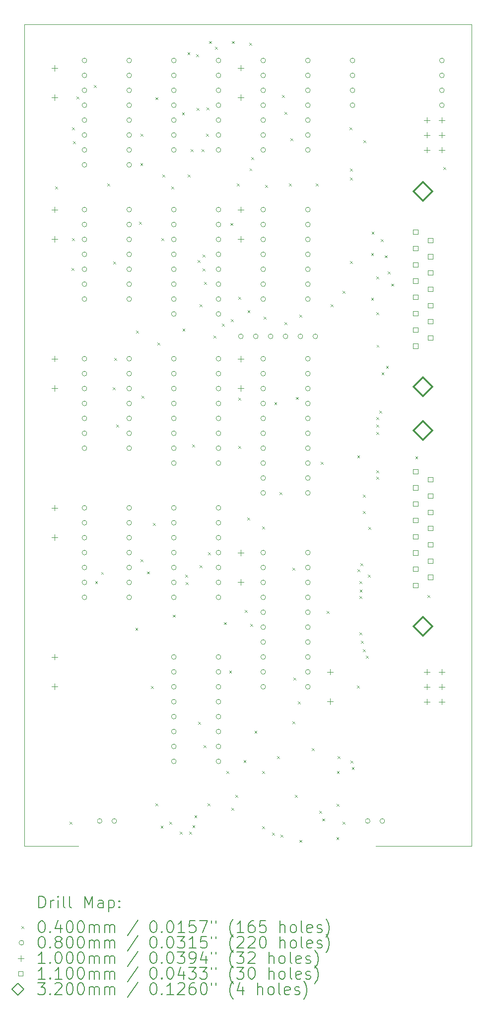
<source format=gbr>
%FSLAX45Y45*%
G04 Gerber Fmt 4.5, Leading zero omitted, Abs format (unit mm)*
G04 Created by KiCad (PCBNEW (6.0.0)) date 2022-08-18 21:51:15*
%MOMM*%
%LPD*%
G01*
G04 APERTURE LIST*
%TA.AperFunction,Profile*%
%ADD10C,0.100000*%
%TD*%
%ADD11C,0.200000*%
%ADD12C,0.040000*%
%ADD13C,0.080000*%
%ADD14C,0.100000*%
%ADD15C,0.110000*%
%ADD16C,0.320000*%
G04 APERTURE END LIST*
D10*
X7833537Y-16771549D02*
X7833537Y-2780549D01*
X15463537Y-16771549D02*
X13828537Y-16771549D01*
X15463537Y-16771549D02*
X15463537Y-2780549D01*
X7833537Y-2780549D02*
X15463537Y-2780549D01*
X8763537Y-16771549D02*
X7833537Y-16771549D01*
D11*
D12*
X8362000Y-5542600D02*
X8402000Y-5582600D01*
X8402000Y-5542600D02*
X8362000Y-5582600D01*
X8605840Y-16357920D02*
X8645840Y-16397920D01*
X8645840Y-16357920D02*
X8605840Y-16397920D01*
X8641400Y-6929440D02*
X8681400Y-6969440D01*
X8681400Y-6929440D02*
X8641400Y-6969440D01*
X8651451Y-6421549D02*
X8691451Y-6461549D01*
X8691451Y-6421549D02*
X8651451Y-6461549D01*
X8652143Y-4531098D02*
X8692143Y-4571098D01*
X8692143Y-4531098D02*
X8652143Y-4571098D01*
X8669340Y-4770440D02*
X8709340Y-4810440D01*
X8709340Y-4770440D02*
X8669340Y-4810440D01*
X8725220Y-4010980D02*
X8765220Y-4050980D01*
X8765220Y-4010980D02*
X8725220Y-4050980D01*
X9022400Y-3812860D02*
X9062400Y-3852860D01*
X9062400Y-3812860D02*
X9022400Y-3852860D01*
X9045369Y-12263549D02*
X9085369Y-12303549D01*
X9085369Y-12263549D02*
X9045369Y-12303549D01*
X9146860Y-12105960D02*
X9186860Y-12145960D01*
X9186860Y-12105960D02*
X9146860Y-12145960D01*
X9251000Y-5491800D02*
X9291000Y-5531800D01*
X9291000Y-5491800D02*
X9251000Y-5531800D01*
X9344871Y-8961549D02*
X9384871Y-9001549D01*
X9384871Y-8961549D02*
X9344871Y-9001549D01*
X9353183Y-6817097D02*
X9393183Y-6857097D01*
X9393183Y-6817097D02*
X9353183Y-6857097D01*
X9367840Y-8458520D02*
X9407840Y-8498520D01*
X9407840Y-8458520D02*
X9367840Y-8498520D01*
X9403400Y-9598980D02*
X9443400Y-9638980D01*
X9443400Y-9598980D02*
X9403400Y-9638980D01*
X9731060Y-13061000D02*
X9771060Y-13101000D01*
X9771060Y-13061000D02*
X9731060Y-13101000D01*
X9741220Y-7998780D02*
X9781220Y-8038780D01*
X9781220Y-7998780D02*
X9741220Y-8038780D01*
X9797100Y-6144580D02*
X9837100Y-6184580D01*
X9837100Y-6144580D02*
X9797100Y-6184580D01*
X9814880Y-5141280D02*
X9854880Y-5181280D01*
X9854880Y-5141280D02*
X9814880Y-5181280D01*
X9822391Y-4643549D02*
X9862391Y-4683549D01*
X9862391Y-4643549D02*
X9822391Y-4683549D01*
X9822500Y-11890060D02*
X9862500Y-11930060D01*
X9862500Y-11890060D02*
X9822500Y-11930060D01*
X9837740Y-9103680D02*
X9877740Y-9143680D01*
X9877740Y-9103680D02*
X9837740Y-9143680D01*
X9930184Y-12097336D02*
X9970184Y-12137336D01*
X9970184Y-12097336D02*
X9930184Y-12137336D01*
X9997557Y-14048857D02*
X10037557Y-14088857D01*
X10037557Y-14048857D02*
X9997557Y-14088857D01*
X10029008Y-11270300D02*
X10069008Y-11310300D01*
X10069008Y-11270300D02*
X10029008Y-11310300D01*
X10073960Y-4021140D02*
X10113960Y-4061140D01*
X10113960Y-4021140D02*
X10073960Y-4061140D01*
X10073960Y-16050580D02*
X10113960Y-16090580D01*
X10113960Y-16050580D02*
X10073960Y-16090580D01*
X10106980Y-8201980D02*
X10146980Y-8241980D01*
X10146980Y-8201980D02*
X10106980Y-8241980D01*
X10162860Y-16429040D02*
X10202860Y-16469040D01*
X10202860Y-16429040D02*
X10162860Y-16469040D01*
X10172911Y-6421549D02*
X10212911Y-6461549D01*
X10212911Y-6421549D02*
X10172911Y-6461549D01*
X10190800Y-5339400D02*
X10230800Y-5379400D01*
X10230800Y-5339400D02*
X10190800Y-5379400D01*
X10308097Y-16360003D02*
X10348097Y-16400003D01*
X10348097Y-16360003D02*
X10308097Y-16400003D01*
X10343200Y-5542600D02*
X10383200Y-5582600D01*
X10383200Y-5542600D02*
X10343200Y-5582600D01*
X10367537Y-12833463D02*
X10407537Y-12873463D01*
X10407537Y-12833463D02*
X10367537Y-12873463D01*
X10489457Y-16528209D02*
X10529457Y-16568209D01*
X10529457Y-16528209D02*
X10489457Y-16568209D01*
X10525498Y-4277098D02*
X10565498Y-4317098D01*
X10565498Y-4277098D02*
X10525498Y-4317098D01*
X10534283Y-7960097D02*
X10574283Y-8000097D01*
X10574283Y-7960097D02*
X10534283Y-8000097D01*
X10581960Y-12151680D02*
X10621960Y-12191680D01*
X10621960Y-12151680D02*
X10581960Y-12191680D01*
X10592120Y-12278680D02*
X10632120Y-12318680D01*
X10632120Y-12278680D02*
X10592120Y-12318680D01*
X10620060Y-3256600D02*
X10660060Y-3296600D01*
X10660060Y-3256600D02*
X10620060Y-3296600D01*
X10622600Y-5339400D02*
X10662600Y-5379400D01*
X10662600Y-5339400D02*
X10622600Y-5379400D01*
X10648000Y-16533180D02*
X10688000Y-16573180D01*
X10688000Y-16533180D02*
X10648000Y-16573180D01*
X10675940Y-4905060D02*
X10715940Y-4945060D01*
X10715940Y-4905060D02*
X10675940Y-4945060D01*
X10698800Y-9936800D02*
X10738800Y-9976800D01*
X10738800Y-9936800D02*
X10698800Y-9976800D01*
X10703880Y-16418880D02*
X10743880Y-16458880D01*
X10743880Y-16418880D02*
X10703880Y-16458880D01*
X10738170Y-16249970D02*
X10778170Y-16289970D01*
X10778170Y-16249970D02*
X10738170Y-16289970D01*
X10764840Y-3287080D02*
X10804840Y-3327080D01*
X10804840Y-3287080D02*
X10764840Y-3327080D01*
X10777540Y-4201480D02*
X10817540Y-4241480D01*
X10817540Y-4201480D02*
X10777540Y-4241480D01*
X10795320Y-6792280D02*
X10835320Y-6832280D01*
X10835320Y-6792280D02*
X10795320Y-6832280D01*
X10799600Y-14662000D02*
X10839600Y-14702000D01*
X10839600Y-14662000D02*
X10799600Y-14702000D01*
X10825800Y-7549200D02*
X10865800Y-7589200D01*
X10865800Y-7549200D02*
X10825800Y-7589200D01*
X10825800Y-11994200D02*
X10865800Y-12034200D01*
X10865800Y-11994200D02*
X10825800Y-12034200D01*
X10861360Y-4905060D02*
X10901360Y-4945060D01*
X10901360Y-4905060D02*
X10861360Y-4945060D01*
X10876600Y-6939600D02*
X10916600Y-6979600D01*
X10916600Y-6939600D02*
X10876600Y-6979600D01*
X10879140Y-6698300D02*
X10919140Y-6738300D01*
X10919140Y-6698300D02*
X10879140Y-6738300D01*
X10891731Y-15057549D02*
X10931731Y-15097549D01*
X10931731Y-15057549D02*
X10891731Y-15097549D01*
X10902000Y-7168200D02*
X10942000Y-7208200D01*
X10942000Y-7168200D02*
X10902000Y-7208200D01*
X10937451Y-4643549D02*
X10977451Y-4683549D01*
X10977451Y-4643549D02*
X10937451Y-4683549D01*
X10942640Y-4193860D02*
X10982640Y-4233860D01*
X10982640Y-4193860D02*
X10942640Y-4233860D01*
X10962960Y-16050580D02*
X11002960Y-16090580D01*
X11002960Y-16050580D02*
X10962960Y-16090580D01*
X10968040Y-11770680D02*
X11008040Y-11810680D01*
X11008040Y-11770680D02*
X10968040Y-11810680D01*
X10985820Y-3063560D02*
X11025820Y-3103560D01*
X11025820Y-3063560D02*
X10985820Y-3103560D01*
X11067100Y-8082600D02*
X11107100Y-8122600D01*
X11107100Y-8082600D02*
X11067100Y-8122600D01*
X11087420Y-3160080D02*
X11127420Y-3200080D01*
X11127420Y-3160080D02*
X11087420Y-3200080D01*
X11206800Y-7879400D02*
X11246800Y-7919400D01*
X11246800Y-7879400D02*
X11206800Y-7919400D01*
X11241988Y-12962312D02*
X11281988Y-13002312D01*
X11281988Y-12962312D02*
X11241988Y-13002312D01*
X11283000Y-15499400D02*
X11323000Y-15539400D01*
X11323000Y-15499400D02*
X11283000Y-15539400D01*
X11331151Y-13787549D02*
X11371151Y-13827549D01*
X11371151Y-13787549D02*
X11331151Y-13827549D01*
X11354120Y-6162360D02*
X11394120Y-6202360D01*
X11394120Y-6162360D02*
X11354120Y-6202360D01*
X11359200Y-7803200D02*
X11399200Y-7843200D01*
X11399200Y-7803200D02*
X11359200Y-7843200D01*
X11366820Y-16124240D02*
X11406820Y-16164240D01*
X11406820Y-16124240D02*
X11366820Y-16164240D01*
X11374440Y-3063560D02*
X11414440Y-3103560D01*
X11414440Y-3063560D02*
X11374440Y-3103560D01*
X11439271Y-15901929D02*
X11479271Y-15941929D01*
X11479271Y-15901929D02*
X11439271Y-15941929D01*
X11460800Y-5491800D02*
X11500800Y-5531800D01*
X11500800Y-5491800D02*
X11460800Y-5531800D01*
X11486200Y-7422200D02*
X11526200Y-7462200D01*
X11526200Y-7422200D02*
X11486200Y-7462200D01*
X11486200Y-9136700D02*
X11526200Y-9176700D01*
X11526200Y-9136700D02*
X11486200Y-9176700D01*
X11486200Y-9962200D02*
X11526200Y-10002200D01*
X11526200Y-9962200D02*
X11486200Y-10002200D01*
X11575647Y-15309447D02*
X11615647Y-15349447D01*
X11615647Y-15309447D02*
X11575647Y-15349447D01*
X11600500Y-12756200D02*
X11640500Y-12796200D01*
X11640500Y-12756200D02*
X11600500Y-12796200D01*
X11638600Y-11181400D02*
X11678600Y-11221400D01*
X11678600Y-11181400D02*
X11638600Y-11221400D01*
X11642988Y-7646412D02*
X11682988Y-7686412D01*
X11682988Y-7646412D02*
X11642988Y-7686412D01*
X11676700Y-3094040D02*
X11716700Y-3134040D01*
X11716700Y-3094040D02*
X11676700Y-3134040D01*
X11677871Y-5231549D02*
X11717871Y-5271549D01*
X11717871Y-5231549D02*
X11677871Y-5271549D01*
X11688130Y-12988610D02*
X11728130Y-13028610D01*
X11728130Y-12988610D02*
X11688130Y-13028610D01*
X11706597Y-5039098D02*
X11746597Y-5079098D01*
X11746597Y-5039098D02*
X11706597Y-5079098D01*
X11763060Y-14811060D02*
X11803060Y-14851060D01*
X11803060Y-14811060D02*
X11763060Y-14851060D01*
X11892537Y-16439263D02*
X11932537Y-16479263D01*
X11932537Y-16439263D02*
X11892537Y-16479263D01*
X11892600Y-11333800D02*
X11932600Y-11373800D01*
X11932600Y-11333800D02*
X11892600Y-11373800D01*
X11892600Y-15499400D02*
X11932600Y-15539400D01*
X11932600Y-15499400D02*
X11892600Y-15539400D01*
X11919270Y-7756210D02*
X11959270Y-7796210D01*
X11959270Y-7756210D02*
X11919270Y-7796210D01*
X11943400Y-5517200D02*
X11983400Y-5557200D01*
X11983400Y-5517200D02*
X11943400Y-5557200D01*
X12060447Y-16549799D02*
X12100447Y-16589799D01*
X12100447Y-16549799D02*
X12060447Y-16589799D01*
X12100989Y-9215549D02*
X12140989Y-9255549D01*
X12140989Y-9215549D02*
X12100989Y-9255549D01*
X12146600Y-15245400D02*
X12186600Y-15285400D01*
X12186600Y-15245400D02*
X12146600Y-15285400D01*
X12189780Y-10749600D02*
X12229780Y-10789600D01*
X12229780Y-10749600D02*
X12189780Y-10789600D01*
X12209427Y-16579573D02*
X12249427Y-16619573D01*
X12249427Y-16579573D02*
X12209427Y-16619573D01*
X12230000Y-3980000D02*
X12270000Y-4020000D01*
X12270000Y-3980000D02*
X12230000Y-4020000D01*
X12273600Y-4272600D02*
X12313600Y-4312600D01*
X12313600Y-4272600D02*
X12273600Y-4312600D01*
X12273600Y-7854000D02*
X12313600Y-7894000D01*
X12313600Y-7854000D02*
X12273600Y-7894000D01*
X12349800Y-5491800D02*
X12389800Y-5531800D01*
X12389800Y-5491800D02*
X12349800Y-5531800D01*
X12375200Y-4717100D02*
X12415200Y-4757100D01*
X12415200Y-4717100D02*
X12375200Y-4757100D01*
X12410760Y-12034840D02*
X12450760Y-12074840D01*
X12450760Y-12034840D02*
X12410760Y-12074840D01*
X12410760Y-14648500D02*
X12450760Y-14688500D01*
X12450760Y-14648500D02*
X12410760Y-14688500D01*
X12428540Y-13904280D02*
X12468540Y-13944280D01*
X12468540Y-13904280D02*
X12428540Y-13944280D01*
X12451400Y-15905800D02*
X12491400Y-15945800D01*
X12491400Y-15905800D02*
X12451400Y-15945800D01*
X12469180Y-9126540D02*
X12509180Y-9166540D01*
X12509180Y-9126540D02*
X12469180Y-9166540D01*
X12504740Y-14310680D02*
X12544740Y-14350680D01*
X12544740Y-14310680D02*
X12504740Y-14350680D01*
X12526317Y-16669083D02*
X12566317Y-16709083D01*
X12566317Y-16669083D02*
X12526317Y-16709083D01*
X12527600Y-7727000D02*
X12567600Y-7767000D01*
X12567600Y-7727000D02*
X12527600Y-7767000D01*
X12743500Y-15105700D02*
X12783500Y-15145700D01*
X12783500Y-15105700D02*
X12743500Y-15145700D01*
X12807000Y-5491800D02*
X12847000Y-5531800D01*
X12847000Y-5491800D02*
X12807000Y-5531800D01*
X12870500Y-16172500D02*
X12910500Y-16212500D01*
X12910500Y-16172500D02*
X12870500Y-16212500D01*
X12893251Y-10231549D02*
X12933251Y-10271549D01*
X12933251Y-10231549D02*
X12893251Y-10271549D01*
X12915216Y-16305584D02*
X12955216Y-16345584D01*
X12955216Y-16305584D02*
X12915216Y-16345584D01*
X12994851Y-12771549D02*
X13034851Y-12811549D01*
X13034851Y-12771549D02*
X12994851Y-12811549D01*
X13060200Y-7550000D02*
X13100200Y-7590000D01*
X13100200Y-7550000D02*
X13060200Y-7590000D01*
X13160097Y-16624583D02*
X13200097Y-16664583D01*
X13200097Y-16624583D02*
X13160097Y-16664583D01*
X13162600Y-16058200D02*
X13202600Y-16098200D01*
X13202600Y-16058200D02*
X13162600Y-16098200D01*
X13167680Y-15499400D02*
X13207680Y-15539400D01*
X13207680Y-15499400D02*
X13167680Y-15539400D01*
X13180380Y-15245400D02*
X13220380Y-15285400D01*
X13220380Y-15245400D02*
X13180380Y-15285400D01*
X13264200Y-7320600D02*
X13304200Y-7360600D01*
X13304200Y-7320600D02*
X13264200Y-7360600D01*
X13264200Y-16363000D02*
X13304200Y-16403000D01*
X13304200Y-16363000D02*
X13264200Y-16403000D01*
X13386702Y-4531098D02*
X13426702Y-4571098D01*
X13426702Y-4531098D02*
X13386702Y-4571098D01*
X13391200Y-5237800D02*
X13431200Y-5277800D01*
X13431200Y-5237800D02*
X13391200Y-5277800D01*
X13391200Y-5390200D02*
X13431200Y-5430200D01*
X13431200Y-5390200D02*
X13391200Y-5430200D01*
X13391200Y-6812600D02*
X13431200Y-6852600D01*
X13431200Y-6812600D02*
X13391200Y-6852600D01*
X13402569Y-15317851D02*
X13442569Y-15357851D01*
X13442569Y-15317851D02*
X13402569Y-15357851D01*
X13423011Y-15426949D02*
X13463011Y-15466949D01*
X13463011Y-15426949D02*
X13423011Y-15466949D01*
X13507931Y-14041549D02*
X13547931Y-14081549D01*
X13547931Y-14041549D02*
X13507931Y-14081549D01*
X13516242Y-10119098D02*
X13556242Y-10159098D01*
X13556242Y-10119098D02*
X13516242Y-10159098D01*
X13518200Y-12057700D02*
X13558200Y-12097700D01*
X13558200Y-12057700D02*
X13518200Y-12097700D01*
X13551111Y-12517549D02*
X13591111Y-12557549D01*
X13591111Y-12517549D02*
X13551111Y-12557549D01*
X13553651Y-12263549D02*
X13593651Y-12303549D01*
X13593651Y-12263549D02*
X13553651Y-12303549D01*
X13555500Y-13138000D02*
X13595500Y-13178000D01*
X13595500Y-13138000D02*
X13555500Y-13178000D01*
X13556882Y-12405097D02*
X13596882Y-12445097D01*
X13596882Y-12405097D02*
X13556882Y-12445097D01*
X13569000Y-11958640D02*
X13609000Y-11998640D01*
X13609000Y-11958640D02*
X13569000Y-11998640D01*
X13581591Y-13279549D02*
X13621591Y-13319549D01*
X13621591Y-13279549D02*
X13581591Y-13319549D01*
X13609640Y-11067100D02*
X13649640Y-11107100D01*
X13649640Y-11067100D02*
X13609640Y-11107100D01*
X13610831Y-10789049D02*
X13650831Y-10829049D01*
X13650831Y-10789049D02*
X13610831Y-10829049D01*
X13615302Y-13421097D02*
X13655302Y-13461097D01*
X13655302Y-13421097D02*
X13615302Y-13461097D01*
X13619800Y-4755200D02*
X13659800Y-4795200D01*
X13659800Y-4755200D02*
X13619800Y-4795200D01*
X13662871Y-13533549D02*
X13702871Y-13573549D01*
X13702871Y-13533549D02*
X13662871Y-13573549D01*
X13699122Y-12151097D02*
X13739122Y-12191097D01*
X13739122Y-12151097D02*
X13699122Y-12191097D01*
X13704531Y-11343049D02*
X13744531Y-11383049D01*
X13744531Y-11343049D02*
X13704531Y-11383049D01*
X13751771Y-6675549D02*
X13791771Y-6715549D01*
X13791771Y-6675549D02*
X13751771Y-6715549D01*
X13751771Y-7437549D02*
X13791771Y-7477549D01*
X13791771Y-7437549D02*
X13751771Y-7477549D01*
X13760082Y-6309097D02*
X13800082Y-6349097D01*
X13800082Y-6309097D02*
X13760082Y-6349097D01*
X13839731Y-7682329D02*
X13879731Y-7722329D01*
X13879731Y-7682329D02*
X13839731Y-7722329D01*
X13840671Y-9469549D02*
X13880671Y-9509549D01*
X13880671Y-9469549D02*
X13840671Y-9509549D01*
X13841362Y-7071097D02*
X13881362Y-7111097D01*
X13881362Y-7071097D02*
X13841362Y-7111097D01*
X13843211Y-9723549D02*
X13883211Y-9763549D01*
X13883211Y-9723549D02*
X13843211Y-9763549D01*
X13843211Y-10485549D02*
X13883211Y-10525549D01*
X13883211Y-10485549D02*
X13843211Y-10525549D01*
X13843320Y-9598980D02*
X13883320Y-9638980D01*
X13883320Y-9598980D02*
X13843320Y-9638980D01*
X13843902Y-10373098D02*
X13883902Y-10413098D01*
X13883902Y-10373098D02*
X13843902Y-10413098D01*
X13844531Y-8236329D02*
X13884531Y-8276329D01*
X13884531Y-8236329D02*
X13844531Y-8276329D01*
X13889622Y-9357098D02*
X13929622Y-9397098D01*
X13929622Y-9357098D02*
X13889622Y-9397098D01*
X13917831Y-6435829D02*
X13957831Y-6475829D01*
X13957831Y-6435829D02*
X13917831Y-6475829D01*
X13929571Y-8707549D02*
X13969571Y-8747549D01*
X13969571Y-8707549D02*
X13929571Y-8747549D01*
X13986271Y-6712829D02*
X14026271Y-6752829D01*
X14026271Y-6712829D02*
X13986271Y-6752829D01*
X14006462Y-8595098D02*
X14046462Y-8635098D01*
X14046462Y-8595098D02*
X14006462Y-8635098D01*
X14034391Y-6989829D02*
X14074391Y-7029829D01*
X14074391Y-6989829D02*
X14034391Y-7029829D01*
X14093934Y-7195294D02*
X14133934Y-7235294D01*
X14133934Y-7195294D02*
X14093934Y-7235294D01*
X14506260Y-10134920D02*
X14546260Y-10174920D01*
X14546260Y-10134920D02*
X14506260Y-10174920D01*
X14713270Y-12500930D02*
X14753270Y-12540930D01*
X14753270Y-12500930D02*
X14713270Y-12540930D01*
X14981240Y-5212400D02*
X15021240Y-5252400D01*
X15021240Y-5212400D02*
X14981240Y-5252400D01*
D13*
X8903537Y-3393549D02*
G75*
G03*
X8903537Y-3393549I-40000J0D01*
G01*
X8903537Y-3647549D02*
G75*
G03*
X8903537Y-3647549I-40000J0D01*
G01*
X8903537Y-3901549D02*
G75*
G03*
X8903537Y-3901549I-40000J0D01*
G01*
X8903537Y-4155549D02*
G75*
G03*
X8903537Y-4155549I-40000J0D01*
G01*
X8903537Y-4409549D02*
G75*
G03*
X8903537Y-4409549I-40000J0D01*
G01*
X8903537Y-4663549D02*
G75*
G03*
X8903537Y-4663549I-40000J0D01*
G01*
X8903537Y-4917549D02*
G75*
G03*
X8903537Y-4917549I-40000J0D01*
G01*
X8903537Y-5171549D02*
G75*
G03*
X8903537Y-5171549I-40000J0D01*
G01*
X8903537Y-5933549D02*
G75*
G03*
X8903537Y-5933549I-40000J0D01*
G01*
X8903537Y-6187549D02*
G75*
G03*
X8903537Y-6187549I-40000J0D01*
G01*
X8903537Y-6441549D02*
G75*
G03*
X8903537Y-6441549I-40000J0D01*
G01*
X8903537Y-6695549D02*
G75*
G03*
X8903537Y-6695549I-40000J0D01*
G01*
X8903537Y-6949549D02*
G75*
G03*
X8903537Y-6949549I-40000J0D01*
G01*
X8903537Y-7203549D02*
G75*
G03*
X8903537Y-7203549I-40000J0D01*
G01*
X8903537Y-7457549D02*
G75*
G03*
X8903537Y-7457549I-40000J0D01*
G01*
X8903537Y-8473549D02*
G75*
G03*
X8903537Y-8473549I-40000J0D01*
G01*
X8903537Y-8727549D02*
G75*
G03*
X8903537Y-8727549I-40000J0D01*
G01*
X8903537Y-8981549D02*
G75*
G03*
X8903537Y-8981549I-40000J0D01*
G01*
X8903537Y-9235549D02*
G75*
G03*
X8903537Y-9235549I-40000J0D01*
G01*
X8903537Y-9489549D02*
G75*
G03*
X8903537Y-9489549I-40000J0D01*
G01*
X8903537Y-9743549D02*
G75*
G03*
X8903537Y-9743549I-40000J0D01*
G01*
X8903537Y-9997549D02*
G75*
G03*
X8903537Y-9997549I-40000J0D01*
G01*
X8903537Y-11013549D02*
G75*
G03*
X8903537Y-11013549I-40000J0D01*
G01*
X8903537Y-11267549D02*
G75*
G03*
X8903537Y-11267549I-40000J0D01*
G01*
X8903537Y-11521549D02*
G75*
G03*
X8903537Y-11521549I-40000J0D01*
G01*
X8903537Y-11775549D02*
G75*
G03*
X8903537Y-11775549I-40000J0D01*
G01*
X8903537Y-12029549D02*
G75*
G03*
X8903537Y-12029549I-40000J0D01*
G01*
X8903537Y-12283549D02*
G75*
G03*
X8903537Y-12283549I-40000J0D01*
G01*
X8903537Y-12537549D02*
G75*
G03*
X8903537Y-12537549I-40000J0D01*
G01*
X9161537Y-16347549D02*
G75*
G03*
X9161537Y-16347549I-40000J0D01*
G01*
X9411537Y-16347549D02*
G75*
G03*
X9411537Y-16347549I-40000J0D01*
G01*
X9665537Y-3393549D02*
G75*
G03*
X9665537Y-3393549I-40000J0D01*
G01*
X9665537Y-3647549D02*
G75*
G03*
X9665537Y-3647549I-40000J0D01*
G01*
X9665537Y-3901549D02*
G75*
G03*
X9665537Y-3901549I-40000J0D01*
G01*
X9665537Y-4155549D02*
G75*
G03*
X9665537Y-4155549I-40000J0D01*
G01*
X9665537Y-4409549D02*
G75*
G03*
X9665537Y-4409549I-40000J0D01*
G01*
X9665537Y-4663549D02*
G75*
G03*
X9665537Y-4663549I-40000J0D01*
G01*
X9665537Y-4917549D02*
G75*
G03*
X9665537Y-4917549I-40000J0D01*
G01*
X9665537Y-5171549D02*
G75*
G03*
X9665537Y-5171549I-40000J0D01*
G01*
X9665537Y-5933549D02*
G75*
G03*
X9665537Y-5933549I-40000J0D01*
G01*
X9665537Y-6187549D02*
G75*
G03*
X9665537Y-6187549I-40000J0D01*
G01*
X9665537Y-6441549D02*
G75*
G03*
X9665537Y-6441549I-40000J0D01*
G01*
X9665537Y-6695549D02*
G75*
G03*
X9665537Y-6695549I-40000J0D01*
G01*
X9665537Y-6949549D02*
G75*
G03*
X9665537Y-6949549I-40000J0D01*
G01*
X9665537Y-7203549D02*
G75*
G03*
X9665537Y-7203549I-40000J0D01*
G01*
X9665537Y-7457549D02*
G75*
G03*
X9665537Y-7457549I-40000J0D01*
G01*
X9665537Y-8473549D02*
G75*
G03*
X9665537Y-8473549I-40000J0D01*
G01*
X9665537Y-8727549D02*
G75*
G03*
X9665537Y-8727549I-40000J0D01*
G01*
X9665537Y-8981549D02*
G75*
G03*
X9665537Y-8981549I-40000J0D01*
G01*
X9665537Y-9235549D02*
G75*
G03*
X9665537Y-9235549I-40000J0D01*
G01*
X9665537Y-9489549D02*
G75*
G03*
X9665537Y-9489549I-40000J0D01*
G01*
X9665537Y-9743549D02*
G75*
G03*
X9665537Y-9743549I-40000J0D01*
G01*
X9665537Y-9997549D02*
G75*
G03*
X9665537Y-9997549I-40000J0D01*
G01*
X9665537Y-11013549D02*
G75*
G03*
X9665537Y-11013549I-40000J0D01*
G01*
X9665537Y-11267549D02*
G75*
G03*
X9665537Y-11267549I-40000J0D01*
G01*
X9665537Y-11521549D02*
G75*
G03*
X9665537Y-11521549I-40000J0D01*
G01*
X9665537Y-11775549D02*
G75*
G03*
X9665537Y-11775549I-40000J0D01*
G01*
X9665537Y-12029549D02*
G75*
G03*
X9665537Y-12029549I-40000J0D01*
G01*
X9665537Y-12283549D02*
G75*
G03*
X9665537Y-12283549I-40000J0D01*
G01*
X9665537Y-12537549D02*
G75*
G03*
X9665537Y-12537549I-40000J0D01*
G01*
X10427537Y-3393549D02*
G75*
G03*
X10427537Y-3393549I-40000J0D01*
G01*
X10427537Y-3647549D02*
G75*
G03*
X10427537Y-3647549I-40000J0D01*
G01*
X10427537Y-3901549D02*
G75*
G03*
X10427537Y-3901549I-40000J0D01*
G01*
X10427537Y-4155549D02*
G75*
G03*
X10427537Y-4155549I-40000J0D01*
G01*
X10427537Y-4409549D02*
G75*
G03*
X10427537Y-4409549I-40000J0D01*
G01*
X10427537Y-4663549D02*
G75*
G03*
X10427537Y-4663549I-40000J0D01*
G01*
X10427537Y-4917549D02*
G75*
G03*
X10427537Y-4917549I-40000J0D01*
G01*
X10427537Y-5933549D02*
G75*
G03*
X10427537Y-5933549I-40000J0D01*
G01*
X10427537Y-6187549D02*
G75*
G03*
X10427537Y-6187549I-40000J0D01*
G01*
X10427537Y-6441549D02*
G75*
G03*
X10427537Y-6441549I-40000J0D01*
G01*
X10427537Y-6695549D02*
G75*
G03*
X10427537Y-6695549I-40000J0D01*
G01*
X10427537Y-6949549D02*
G75*
G03*
X10427537Y-6949549I-40000J0D01*
G01*
X10427537Y-7203549D02*
G75*
G03*
X10427537Y-7203549I-40000J0D01*
G01*
X10427537Y-7457549D02*
G75*
G03*
X10427537Y-7457549I-40000J0D01*
G01*
X10427537Y-7711549D02*
G75*
G03*
X10427537Y-7711549I-40000J0D01*
G01*
X10427537Y-8473549D02*
G75*
G03*
X10427537Y-8473549I-40000J0D01*
G01*
X10427537Y-8727549D02*
G75*
G03*
X10427537Y-8727549I-40000J0D01*
G01*
X10427537Y-8981549D02*
G75*
G03*
X10427537Y-8981549I-40000J0D01*
G01*
X10427537Y-9235549D02*
G75*
G03*
X10427537Y-9235549I-40000J0D01*
G01*
X10427537Y-9489549D02*
G75*
G03*
X10427537Y-9489549I-40000J0D01*
G01*
X10427537Y-9743549D02*
G75*
G03*
X10427537Y-9743549I-40000J0D01*
G01*
X10427537Y-9997549D02*
G75*
G03*
X10427537Y-9997549I-40000J0D01*
G01*
X10427537Y-10251549D02*
G75*
G03*
X10427537Y-10251549I-40000J0D01*
G01*
X10427537Y-11013549D02*
G75*
G03*
X10427537Y-11013549I-40000J0D01*
G01*
X10427537Y-11267549D02*
G75*
G03*
X10427537Y-11267549I-40000J0D01*
G01*
X10427537Y-11521549D02*
G75*
G03*
X10427537Y-11521549I-40000J0D01*
G01*
X10427537Y-11775549D02*
G75*
G03*
X10427537Y-11775549I-40000J0D01*
G01*
X10427537Y-12029549D02*
G75*
G03*
X10427537Y-12029549I-40000J0D01*
G01*
X10427537Y-12283549D02*
G75*
G03*
X10427537Y-12283549I-40000J0D01*
G01*
X10427537Y-12537549D02*
G75*
G03*
X10427537Y-12537549I-40000J0D01*
G01*
X10427537Y-13553549D02*
G75*
G03*
X10427537Y-13553549I-40000J0D01*
G01*
X10427537Y-13807549D02*
G75*
G03*
X10427537Y-13807549I-40000J0D01*
G01*
X10427537Y-14061549D02*
G75*
G03*
X10427537Y-14061549I-40000J0D01*
G01*
X10427537Y-14315549D02*
G75*
G03*
X10427537Y-14315549I-40000J0D01*
G01*
X10427537Y-14569549D02*
G75*
G03*
X10427537Y-14569549I-40000J0D01*
G01*
X10427537Y-14823549D02*
G75*
G03*
X10427537Y-14823549I-40000J0D01*
G01*
X10427537Y-15077549D02*
G75*
G03*
X10427537Y-15077549I-40000J0D01*
G01*
X10427537Y-15331549D02*
G75*
G03*
X10427537Y-15331549I-40000J0D01*
G01*
X11189537Y-3393549D02*
G75*
G03*
X11189537Y-3393549I-40000J0D01*
G01*
X11189537Y-3647549D02*
G75*
G03*
X11189537Y-3647549I-40000J0D01*
G01*
X11189537Y-3901549D02*
G75*
G03*
X11189537Y-3901549I-40000J0D01*
G01*
X11189537Y-4155549D02*
G75*
G03*
X11189537Y-4155549I-40000J0D01*
G01*
X11189537Y-4409549D02*
G75*
G03*
X11189537Y-4409549I-40000J0D01*
G01*
X11189537Y-4663549D02*
G75*
G03*
X11189537Y-4663549I-40000J0D01*
G01*
X11189537Y-4917549D02*
G75*
G03*
X11189537Y-4917549I-40000J0D01*
G01*
X11189537Y-5933549D02*
G75*
G03*
X11189537Y-5933549I-40000J0D01*
G01*
X11189537Y-6187549D02*
G75*
G03*
X11189537Y-6187549I-40000J0D01*
G01*
X11189537Y-6441549D02*
G75*
G03*
X11189537Y-6441549I-40000J0D01*
G01*
X11189537Y-6695549D02*
G75*
G03*
X11189537Y-6695549I-40000J0D01*
G01*
X11189537Y-6949549D02*
G75*
G03*
X11189537Y-6949549I-40000J0D01*
G01*
X11189537Y-7203549D02*
G75*
G03*
X11189537Y-7203549I-40000J0D01*
G01*
X11189537Y-7457549D02*
G75*
G03*
X11189537Y-7457549I-40000J0D01*
G01*
X11189537Y-7711549D02*
G75*
G03*
X11189537Y-7711549I-40000J0D01*
G01*
X11189537Y-8473549D02*
G75*
G03*
X11189537Y-8473549I-40000J0D01*
G01*
X11189537Y-8727549D02*
G75*
G03*
X11189537Y-8727549I-40000J0D01*
G01*
X11189537Y-8981549D02*
G75*
G03*
X11189537Y-8981549I-40000J0D01*
G01*
X11189537Y-9235549D02*
G75*
G03*
X11189537Y-9235549I-40000J0D01*
G01*
X11189537Y-9489549D02*
G75*
G03*
X11189537Y-9489549I-40000J0D01*
G01*
X11189537Y-9743549D02*
G75*
G03*
X11189537Y-9743549I-40000J0D01*
G01*
X11189537Y-9997549D02*
G75*
G03*
X11189537Y-9997549I-40000J0D01*
G01*
X11189537Y-10251549D02*
G75*
G03*
X11189537Y-10251549I-40000J0D01*
G01*
X11189537Y-11013549D02*
G75*
G03*
X11189537Y-11013549I-40000J0D01*
G01*
X11189537Y-11267549D02*
G75*
G03*
X11189537Y-11267549I-40000J0D01*
G01*
X11189537Y-11521549D02*
G75*
G03*
X11189537Y-11521549I-40000J0D01*
G01*
X11189537Y-11775549D02*
G75*
G03*
X11189537Y-11775549I-40000J0D01*
G01*
X11189537Y-12029549D02*
G75*
G03*
X11189537Y-12029549I-40000J0D01*
G01*
X11189537Y-12283549D02*
G75*
G03*
X11189537Y-12283549I-40000J0D01*
G01*
X11189537Y-12537549D02*
G75*
G03*
X11189537Y-12537549I-40000J0D01*
G01*
X11189537Y-13553549D02*
G75*
G03*
X11189537Y-13553549I-40000J0D01*
G01*
X11189537Y-13807549D02*
G75*
G03*
X11189537Y-13807549I-40000J0D01*
G01*
X11189537Y-14061549D02*
G75*
G03*
X11189537Y-14061549I-40000J0D01*
G01*
X11189537Y-14315549D02*
G75*
G03*
X11189537Y-14315549I-40000J0D01*
G01*
X11189537Y-14569549D02*
G75*
G03*
X11189537Y-14569549I-40000J0D01*
G01*
X11189537Y-14823549D02*
G75*
G03*
X11189537Y-14823549I-40000J0D01*
G01*
X11189537Y-15077549D02*
G75*
G03*
X11189537Y-15077549I-40000J0D01*
G01*
X11189537Y-15331549D02*
G75*
G03*
X11189537Y-15331549I-40000J0D01*
G01*
X11570537Y-8092549D02*
G75*
G03*
X11570537Y-8092549I-40000J0D01*
G01*
X11824537Y-8092549D02*
G75*
G03*
X11824537Y-8092549I-40000J0D01*
G01*
X11951537Y-3393549D02*
G75*
G03*
X11951537Y-3393549I-40000J0D01*
G01*
X11951537Y-3647549D02*
G75*
G03*
X11951537Y-3647549I-40000J0D01*
G01*
X11951537Y-3901549D02*
G75*
G03*
X11951537Y-3901549I-40000J0D01*
G01*
X11951537Y-4155549D02*
G75*
G03*
X11951537Y-4155549I-40000J0D01*
G01*
X11951537Y-4409549D02*
G75*
G03*
X11951537Y-4409549I-40000J0D01*
G01*
X11951537Y-4663549D02*
G75*
G03*
X11951537Y-4663549I-40000J0D01*
G01*
X11951537Y-4917549D02*
G75*
G03*
X11951537Y-4917549I-40000J0D01*
G01*
X11951537Y-5933549D02*
G75*
G03*
X11951537Y-5933549I-40000J0D01*
G01*
X11951537Y-6187549D02*
G75*
G03*
X11951537Y-6187549I-40000J0D01*
G01*
X11951537Y-6441549D02*
G75*
G03*
X11951537Y-6441549I-40000J0D01*
G01*
X11951537Y-6695549D02*
G75*
G03*
X11951537Y-6695549I-40000J0D01*
G01*
X11951537Y-6949549D02*
G75*
G03*
X11951537Y-6949549I-40000J0D01*
G01*
X11951537Y-7203549D02*
G75*
G03*
X11951537Y-7203549I-40000J0D01*
G01*
X11951537Y-7457549D02*
G75*
G03*
X11951537Y-7457549I-40000J0D01*
G01*
X11951537Y-8473549D02*
G75*
G03*
X11951537Y-8473549I-40000J0D01*
G01*
X11951537Y-8727549D02*
G75*
G03*
X11951537Y-8727549I-40000J0D01*
G01*
X11951537Y-8981549D02*
G75*
G03*
X11951537Y-8981549I-40000J0D01*
G01*
X11951537Y-9235549D02*
G75*
G03*
X11951537Y-9235549I-40000J0D01*
G01*
X11951537Y-9489549D02*
G75*
G03*
X11951537Y-9489549I-40000J0D01*
G01*
X11951537Y-9743549D02*
G75*
G03*
X11951537Y-9743549I-40000J0D01*
G01*
X11951537Y-9997549D02*
G75*
G03*
X11951537Y-9997549I-40000J0D01*
G01*
X11951537Y-10251549D02*
G75*
G03*
X11951537Y-10251549I-40000J0D01*
G01*
X11951537Y-10505549D02*
G75*
G03*
X11951537Y-10505549I-40000J0D01*
G01*
X11951537Y-10759549D02*
G75*
G03*
X11951537Y-10759549I-40000J0D01*
G01*
X11951537Y-11775549D02*
G75*
G03*
X11951537Y-11775549I-40000J0D01*
G01*
X11951537Y-12029549D02*
G75*
G03*
X11951537Y-12029549I-40000J0D01*
G01*
X11951537Y-12283549D02*
G75*
G03*
X11951537Y-12283549I-40000J0D01*
G01*
X11951537Y-12537549D02*
G75*
G03*
X11951537Y-12537549I-40000J0D01*
G01*
X11951537Y-12791549D02*
G75*
G03*
X11951537Y-12791549I-40000J0D01*
G01*
X11951537Y-13045549D02*
G75*
G03*
X11951537Y-13045549I-40000J0D01*
G01*
X11951537Y-13299549D02*
G75*
G03*
X11951537Y-13299549I-40000J0D01*
G01*
X11951537Y-13553549D02*
G75*
G03*
X11951537Y-13553549I-40000J0D01*
G01*
X11951537Y-13807549D02*
G75*
G03*
X11951537Y-13807549I-40000J0D01*
G01*
X11951537Y-14061549D02*
G75*
G03*
X11951537Y-14061549I-40000J0D01*
G01*
X12078537Y-8092549D02*
G75*
G03*
X12078537Y-8092549I-40000J0D01*
G01*
X12332537Y-8092549D02*
G75*
G03*
X12332537Y-8092549I-40000J0D01*
G01*
X12586537Y-8092549D02*
G75*
G03*
X12586537Y-8092549I-40000J0D01*
G01*
X12713537Y-3393549D02*
G75*
G03*
X12713537Y-3393549I-40000J0D01*
G01*
X12713537Y-3647549D02*
G75*
G03*
X12713537Y-3647549I-40000J0D01*
G01*
X12713537Y-3901549D02*
G75*
G03*
X12713537Y-3901549I-40000J0D01*
G01*
X12713537Y-4155549D02*
G75*
G03*
X12713537Y-4155549I-40000J0D01*
G01*
X12713537Y-4409549D02*
G75*
G03*
X12713537Y-4409549I-40000J0D01*
G01*
X12713537Y-4663549D02*
G75*
G03*
X12713537Y-4663549I-40000J0D01*
G01*
X12713537Y-4917549D02*
G75*
G03*
X12713537Y-4917549I-40000J0D01*
G01*
X12713537Y-5933549D02*
G75*
G03*
X12713537Y-5933549I-40000J0D01*
G01*
X12713537Y-6187549D02*
G75*
G03*
X12713537Y-6187549I-40000J0D01*
G01*
X12713537Y-6441549D02*
G75*
G03*
X12713537Y-6441549I-40000J0D01*
G01*
X12713537Y-6695549D02*
G75*
G03*
X12713537Y-6695549I-40000J0D01*
G01*
X12713537Y-6949549D02*
G75*
G03*
X12713537Y-6949549I-40000J0D01*
G01*
X12713537Y-7203549D02*
G75*
G03*
X12713537Y-7203549I-40000J0D01*
G01*
X12713537Y-7457549D02*
G75*
G03*
X12713537Y-7457549I-40000J0D01*
G01*
X12713537Y-8473549D02*
G75*
G03*
X12713537Y-8473549I-40000J0D01*
G01*
X12713537Y-8727549D02*
G75*
G03*
X12713537Y-8727549I-40000J0D01*
G01*
X12713537Y-8981549D02*
G75*
G03*
X12713537Y-8981549I-40000J0D01*
G01*
X12713537Y-9235549D02*
G75*
G03*
X12713537Y-9235549I-40000J0D01*
G01*
X12713537Y-9489549D02*
G75*
G03*
X12713537Y-9489549I-40000J0D01*
G01*
X12713537Y-9743549D02*
G75*
G03*
X12713537Y-9743549I-40000J0D01*
G01*
X12713537Y-9997549D02*
G75*
G03*
X12713537Y-9997549I-40000J0D01*
G01*
X12713537Y-10251549D02*
G75*
G03*
X12713537Y-10251549I-40000J0D01*
G01*
X12713537Y-10505549D02*
G75*
G03*
X12713537Y-10505549I-40000J0D01*
G01*
X12713537Y-10759549D02*
G75*
G03*
X12713537Y-10759549I-40000J0D01*
G01*
X12713537Y-11775549D02*
G75*
G03*
X12713537Y-11775549I-40000J0D01*
G01*
X12713537Y-12029549D02*
G75*
G03*
X12713537Y-12029549I-40000J0D01*
G01*
X12713537Y-12283549D02*
G75*
G03*
X12713537Y-12283549I-40000J0D01*
G01*
X12713537Y-12537549D02*
G75*
G03*
X12713537Y-12537549I-40000J0D01*
G01*
X12713537Y-12791549D02*
G75*
G03*
X12713537Y-12791549I-40000J0D01*
G01*
X12713537Y-13045549D02*
G75*
G03*
X12713537Y-13045549I-40000J0D01*
G01*
X12713537Y-13299549D02*
G75*
G03*
X12713537Y-13299549I-40000J0D01*
G01*
X12713537Y-13553549D02*
G75*
G03*
X12713537Y-13553549I-40000J0D01*
G01*
X12713537Y-13807549D02*
G75*
G03*
X12713537Y-13807549I-40000J0D01*
G01*
X12713537Y-14061549D02*
G75*
G03*
X12713537Y-14061549I-40000J0D01*
G01*
X12840537Y-8092549D02*
G75*
G03*
X12840537Y-8092549I-40000J0D01*
G01*
X13475537Y-3393549D02*
G75*
G03*
X13475537Y-3393549I-40000J0D01*
G01*
X13475537Y-3647549D02*
G75*
G03*
X13475537Y-3647549I-40000J0D01*
G01*
X13475537Y-3901549D02*
G75*
G03*
X13475537Y-3901549I-40000J0D01*
G01*
X13475537Y-4155549D02*
G75*
G03*
X13475537Y-4155549I-40000J0D01*
G01*
X13733537Y-16347549D02*
G75*
G03*
X13733537Y-16347549I-40000J0D01*
G01*
X13983537Y-16347549D02*
G75*
G03*
X13983537Y-16347549I-40000J0D01*
G01*
X14999537Y-3393549D02*
G75*
G03*
X14999537Y-3393549I-40000J0D01*
G01*
X14999537Y-3647549D02*
G75*
G03*
X14999537Y-3647549I-40000J0D01*
G01*
X14999537Y-3901549D02*
G75*
G03*
X14999537Y-3901549I-40000J0D01*
G01*
X14999537Y-4155549D02*
G75*
G03*
X14999537Y-4155549I-40000J0D01*
G01*
D14*
X8355537Y-3474549D02*
X8355537Y-3574549D01*
X8305537Y-3524549D02*
X8405537Y-3524549D01*
X8355537Y-3974549D02*
X8355537Y-4074549D01*
X8305537Y-4024549D02*
X8405537Y-4024549D01*
X8355537Y-5883549D02*
X8355537Y-5983549D01*
X8305537Y-5933549D02*
X8405537Y-5933549D01*
X8355537Y-6383549D02*
X8355537Y-6483549D01*
X8305537Y-6433549D02*
X8405537Y-6433549D01*
X8355537Y-8423549D02*
X8355537Y-8523549D01*
X8305537Y-8473549D02*
X8405537Y-8473549D01*
X8355537Y-8923549D02*
X8355537Y-9023549D01*
X8305537Y-8973549D02*
X8405537Y-8973549D01*
X8355537Y-10963549D02*
X8355537Y-11063549D01*
X8305537Y-11013549D02*
X8405537Y-11013549D01*
X8355537Y-11463549D02*
X8355537Y-11563549D01*
X8305537Y-11513549D02*
X8405537Y-11513549D01*
X8355537Y-13503549D02*
X8355537Y-13603549D01*
X8305537Y-13553549D02*
X8405537Y-13553549D01*
X8355537Y-14003549D02*
X8355537Y-14103549D01*
X8305537Y-14053549D02*
X8405537Y-14053549D01*
X11530537Y-3470549D02*
X11530537Y-3570549D01*
X11480537Y-3520549D02*
X11580537Y-3520549D01*
X11530537Y-3970549D02*
X11530537Y-4070549D01*
X11480537Y-4020549D02*
X11580537Y-4020549D01*
X11530537Y-5883549D02*
X11530537Y-5983549D01*
X11480537Y-5933549D02*
X11580537Y-5933549D01*
X11530537Y-6383549D02*
X11530537Y-6483549D01*
X11480537Y-6433549D02*
X11580537Y-6433549D01*
X11530537Y-8427549D02*
X11530537Y-8527549D01*
X11480537Y-8477549D02*
X11580537Y-8477549D01*
X11530537Y-8927549D02*
X11530537Y-9027549D01*
X11480537Y-8977549D02*
X11580537Y-8977549D01*
X11530537Y-11729549D02*
X11530537Y-11829549D01*
X11480537Y-11779549D02*
X11580537Y-11779549D01*
X11530537Y-12229549D02*
X11530537Y-12329549D01*
X11480537Y-12279549D02*
X11580537Y-12279549D01*
X13054537Y-13757549D02*
X13054537Y-13857549D01*
X13004537Y-13807549D02*
X13104537Y-13807549D01*
X13054537Y-14257549D02*
X13054537Y-14357549D01*
X13004537Y-14307549D02*
X13104537Y-14307549D01*
X14705537Y-4359549D02*
X14705537Y-4459549D01*
X14655537Y-4409549D02*
X14755537Y-4409549D01*
X14705537Y-4613549D02*
X14705537Y-4713549D01*
X14655537Y-4663549D02*
X14755537Y-4663549D01*
X14705537Y-4867549D02*
X14705537Y-4967549D01*
X14655537Y-4917549D02*
X14755537Y-4917549D01*
X14705537Y-13757549D02*
X14705537Y-13857549D01*
X14655537Y-13807549D02*
X14755537Y-13807549D01*
X14705537Y-14011549D02*
X14705537Y-14111549D01*
X14655537Y-14061549D02*
X14755537Y-14061549D01*
X14705537Y-14265549D02*
X14705537Y-14365549D01*
X14655537Y-14315549D02*
X14755537Y-14315549D01*
X14959537Y-4359549D02*
X14959537Y-4459549D01*
X14909537Y-4409549D02*
X15009537Y-4409549D01*
X14959537Y-4613549D02*
X14959537Y-4713549D01*
X14909537Y-4663549D02*
X15009537Y-4663549D01*
X14959537Y-4867549D02*
X14959537Y-4967549D01*
X14909537Y-4917549D02*
X15009537Y-4917549D01*
X14959537Y-13757549D02*
X14959537Y-13857549D01*
X14909537Y-13807549D02*
X15009537Y-13807549D01*
X14959537Y-14011549D02*
X14959537Y-14111549D01*
X14909537Y-14061549D02*
X15009537Y-14061549D01*
X14959537Y-14265549D02*
X14959537Y-14365549D01*
X14909537Y-14315549D02*
X15009537Y-14315549D01*
D15*
X14547755Y-6356220D02*
X14547755Y-6278437D01*
X14469973Y-6278437D01*
X14469973Y-6356220D01*
X14547755Y-6356220D01*
X14547755Y-6633220D02*
X14547755Y-6555437D01*
X14469973Y-6555437D01*
X14469973Y-6633220D01*
X14547755Y-6633220D01*
X14547755Y-6910220D02*
X14547755Y-6832437D01*
X14469973Y-6832437D01*
X14469973Y-6910220D01*
X14547755Y-6910220D01*
X14547755Y-7187220D02*
X14547755Y-7109437D01*
X14469973Y-7109437D01*
X14469973Y-7187220D01*
X14547755Y-7187220D01*
X14547755Y-7464220D02*
X14547755Y-7386437D01*
X14469973Y-7386437D01*
X14469973Y-7464220D01*
X14547755Y-7464220D01*
X14547755Y-7741220D02*
X14547755Y-7663437D01*
X14469973Y-7663437D01*
X14469973Y-7741220D01*
X14547755Y-7741220D01*
X14547755Y-8018220D02*
X14547755Y-7940437D01*
X14469973Y-7940437D01*
X14469973Y-8018220D01*
X14547755Y-8018220D01*
X14547755Y-8295220D02*
X14547755Y-8217437D01*
X14469973Y-8217437D01*
X14469973Y-8295220D01*
X14547755Y-8295220D01*
X14547755Y-10432440D02*
X14547755Y-10354657D01*
X14469973Y-10354657D01*
X14469973Y-10432440D01*
X14547755Y-10432440D01*
X14547755Y-10709440D02*
X14547755Y-10631657D01*
X14469973Y-10631657D01*
X14469973Y-10709440D01*
X14547755Y-10709440D01*
X14547755Y-10986440D02*
X14547755Y-10908657D01*
X14469973Y-10908657D01*
X14469973Y-10986440D01*
X14547755Y-10986440D01*
X14547755Y-11263440D02*
X14547755Y-11185657D01*
X14469973Y-11185657D01*
X14469973Y-11263440D01*
X14547755Y-11263440D01*
X14547755Y-11540440D02*
X14547755Y-11462657D01*
X14469973Y-11462657D01*
X14469973Y-11540440D01*
X14547755Y-11540440D01*
X14547755Y-11817440D02*
X14547755Y-11739657D01*
X14469973Y-11739657D01*
X14469973Y-11817440D01*
X14547755Y-11817440D01*
X14547755Y-12094440D02*
X14547755Y-12016657D01*
X14469973Y-12016657D01*
X14469973Y-12094440D01*
X14547755Y-12094440D01*
X14547755Y-12371440D02*
X14547755Y-12293657D01*
X14469973Y-12293657D01*
X14469973Y-12371440D01*
X14547755Y-12371440D01*
X14801755Y-6494720D02*
X14801755Y-6416937D01*
X14723973Y-6416937D01*
X14723973Y-6494720D01*
X14801755Y-6494720D01*
X14801755Y-6771720D02*
X14801755Y-6693937D01*
X14723973Y-6693937D01*
X14723973Y-6771720D01*
X14801755Y-6771720D01*
X14801755Y-7048720D02*
X14801755Y-6970937D01*
X14723973Y-6970937D01*
X14723973Y-7048720D01*
X14801755Y-7048720D01*
X14801755Y-7325720D02*
X14801755Y-7247937D01*
X14723973Y-7247937D01*
X14723973Y-7325720D01*
X14801755Y-7325720D01*
X14801755Y-7602720D02*
X14801755Y-7524937D01*
X14723973Y-7524937D01*
X14723973Y-7602720D01*
X14801755Y-7602720D01*
X14801755Y-7879720D02*
X14801755Y-7801937D01*
X14723973Y-7801937D01*
X14723973Y-7879720D01*
X14801755Y-7879720D01*
X14801755Y-8156720D02*
X14801755Y-8078937D01*
X14723973Y-8078937D01*
X14723973Y-8156720D01*
X14801755Y-8156720D01*
X14801755Y-10570940D02*
X14801755Y-10493157D01*
X14723973Y-10493157D01*
X14723973Y-10570940D01*
X14801755Y-10570940D01*
X14801755Y-10847940D02*
X14801755Y-10770157D01*
X14723973Y-10770157D01*
X14723973Y-10847940D01*
X14801755Y-10847940D01*
X14801755Y-11124940D02*
X14801755Y-11047157D01*
X14723973Y-11047157D01*
X14723973Y-11124940D01*
X14801755Y-11124940D01*
X14801755Y-11401940D02*
X14801755Y-11324157D01*
X14723973Y-11324157D01*
X14723973Y-11401940D01*
X14801755Y-11401940D01*
X14801755Y-11678940D02*
X14801755Y-11601157D01*
X14723973Y-11601157D01*
X14723973Y-11678940D01*
X14801755Y-11678940D01*
X14801755Y-11955940D02*
X14801755Y-11878157D01*
X14723973Y-11878157D01*
X14723973Y-11955940D01*
X14801755Y-11955940D01*
X14801755Y-12232940D02*
X14801755Y-12155157D01*
X14723973Y-12155157D01*
X14723973Y-12232940D01*
X14801755Y-12232940D01*
D16*
X14635864Y-5780829D02*
X14795864Y-5620829D01*
X14635864Y-5460829D01*
X14475864Y-5620829D01*
X14635864Y-5780829D01*
X14635864Y-9112829D02*
X14795864Y-8952829D01*
X14635864Y-8792829D01*
X14475864Y-8952829D01*
X14635864Y-9112829D01*
X14635864Y-9857049D02*
X14795864Y-9697049D01*
X14635864Y-9537049D01*
X14475864Y-9697049D01*
X14635864Y-9857049D01*
X14635864Y-13189049D02*
X14795864Y-13029049D01*
X14635864Y-12869049D01*
X14475864Y-13029049D01*
X14635864Y-13189049D01*
D11*
X8086156Y-17828025D02*
X8086156Y-17628025D01*
X8133775Y-17628025D01*
X8162347Y-17637549D01*
X8181394Y-17656596D01*
X8190918Y-17675644D01*
X8200442Y-17713739D01*
X8200442Y-17742311D01*
X8190918Y-17780406D01*
X8181394Y-17799453D01*
X8162347Y-17818501D01*
X8133775Y-17828025D01*
X8086156Y-17828025D01*
X8286156Y-17828025D02*
X8286156Y-17694691D01*
X8286156Y-17732787D02*
X8295680Y-17713739D01*
X8305204Y-17704215D01*
X8324251Y-17694691D01*
X8343299Y-17694691D01*
X8409966Y-17828025D02*
X8409966Y-17694691D01*
X8409966Y-17628025D02*
X8400442Y-17637549D01*
X8409966Y-17647072D01*
X8419490Y-17637549D01*
X8409966Y-17628025D01*
X8409966Y-17647072D01*
X8533775Y-17828025D02*
X8514728Y-17818501D01*
X8505204Y-17799453D01*
X8505204Y-17628025D01*
X8638537Y-17828025D02*
X8619490Y-17818501D01*
X8609966Y-17799453D01*
X8609966Y-17628025D01*
X8867109Y-17828025D02*
X8867109Y-17628025D01*
X8933775Y-17770882D01*
X9000442Y-17628025D01*
X9000442Y-17828025D01*
X9181394Y-17828025D02*
X9181394Y-17723263D01*
X9171871Y-17704215D01*
X9152823Y-17694691D01*
X9114728Y-17694691D01*
X9095680Y-17704215D01*
X9181394Y-17818501D02*
X9162347Y-17828025D01*
X9114728Y-17828025D01*
X9095680Y-17818501D01*
X9086156Y-17799453D01*
X9086156Y-17780406D01*
X9095680Y-17761358D01*
X9114728Y-17751834D01*
X9162347Y-17751834D01*
X9181394Y-17742311D01*
X9276633Y-17694691D02*
X9276633Y-17894691D01*
X9276633Y-17704215D02*
X9295680Y-17694691D01*
X9333775Y-17694691D01*
X9352823Y-17704215D01*
X9362347Y-17713739D01*
X9371871Y-17732787D01*
X9371871Y-17789930D01*
X9362347Y-17808977D01*
X9352823Y-17818501D01*
X9333775Y-17828025D01*
X9295680Y-17828025D01*
X9276633Y-17818501D01*
X9457585Y-17808977D02*
X9467109Y-17818501D01*
X9457585Y-17828025D01*
X9448061Y-17818501D01*
X9457585Y-17808977D01*
X9457585Y-17828025D01*
X9457585Y-17704215D02*
X9467109Y-17713739D01*
X9457585Y-17723263D01*
X9448061Y-17713739D01*
X9457585Y-17704215D01*
X9457585Y-17723263D01*
D12*
X7788537Y-18137549D02*
X7828537Y-18177549D01*
X7828537Y-18137549D02*
X7788537Y-18177549D01*
D11*
X8124251Y-18048025D02*
X8143299Y-18048025D01*
X8162347Y-18057549D01*
X8171871Y-18067072D01*
X8181394Y-18086120D01*
X8190918Y-18124215D01*
X8190918Y-18171834D01*
X8181394Y-18209930D01*
X8171871Y-18228977D01*
X8162347Y-18238501D01*
X8143299Y-18248025D01*
X8124251Y-18248025D01*
X8105204Y-18238501D01*
X8095680Y-18228977D01*
X8086156Y-18209930D01*
X8076632Y-18171834D01*
X8076632Y-18124215D01*
X8086156Y-18086120D01*
X8095680Y-18067072D01*
X8105204Y-18057549D01*
X8124251Y-18048025D01*
X8276632Y-18228977D02*
X8286156Y-18238501D01*
X8276632Y-18248025D01*
X8267109Y-18238501D01*
X8276632Y-18228977D01*
X8276632Y-18248025D01*
X8457585Y-18114691D02*
X8457585Y-18248025D01*
X8409966Y-18038501D02*
X8362347Y-18181358D01*
X8486156Y-18181358D01*
X8600442Y-18048025D02*
X8619490Y-18048025D01*
X8638537Y-18057549D01*
X8648061Y-18067072D01*
X8657585Y-18086120D01*
X8667109Y-18124215D01*
X8667109Y-18171834D01*
X8657585Y-18209930D01*
X8648061Y-18228977D01*
X8638537Y-18238501D01*
X8619490Y-18248025D01*
X8600442Y-18248025D01*
X8581394Y-18238501D01*
X8571871Y-18228977D01*
X8562347Y-18209930D01*
X8552823Y-18171834D01*
X8552823Y-18124215D01*
X8562347Y-18086120D01*
X8571871Y-18067072D01*
X8581394Y-18057549D01*
X8600442Y-18048025D01*
X8790918Y-18048025D02*
X8809966Y-18048025D01*
X8829013Y-18057549D01*
X8838537Y-18067072D01*
X8848061Y-18086120D01*
X8857585Y-18124215D01*
X8857585Y-18171834D01*
X8848061Y-18209930D01*
X8838537Y-18228977D01*
X8829013Y-18238501D01*
X8809966Y-18248025D01*
X8790918Y-18248025D01*
X8771871Y-18238501D01*
X8762347Y-18228977D01*
X8752823Y-18209930D01*
X8743299Y-18171834D01*
X8743299Y-18124215D01*
X8752823Y-18086120D01*
X8762347Y-18067072D01*
X8771871Y-18057549D01*
X8790918Y-18048025D01*
X8943299Y-18248025D02*
X8943299Y-18114691D01*
X8943299Y-18133739D02*
X8952823Y-18124215D01*
X8971871Y-18114691D01*
X9000442Y-18114691D01*
X9019490Y-18124215D01*
X9029013Y-18143263D01*
X9029013Y-18248025D01*
X9029013Y-18143263D02*
X9038537Y-18124215D01*
X9057585Y-18114691D01*
X9086156Y-18114691D01*
X9105204Y-18124215D01*
X9114728Y-18143263D01*
X9114728Y-18248025D01*
X9209966Y-18248025D02*
X9209966Y-18114691D01*
X9209966Y-18133739D02*
X9219490Y-18124215D01*
X9238537Y-18114691D01*
X9267109Y-18114691D01*
X9286156Y-18124215D01*
X9295680Y-18143263D01*
X9295680Y-18248025D01*
X9295680Y-18143263D02*
X9305204Y-18124215D01*
X9324252Y-18114691D01*
X9352823Y-18114691D01*
X9371871Y-18124215D01*
X9381394Y-18143263D01*
X9381394Y-18248025D01*
X9771871Y-18038501D02*
X9600442Y-18295644D01*
X10029013Y-18048025D02*
X10048061Y-18048025D01*
X10067109Y-18057549D01*
X10076633Y-18067072D01*
X10086156Y-18086120D01*
X10095680Y-18124215D01*
X10095680Y-18171834D01*
X10086156Y-18209930D01*
X10076633Y-18228977D01*
X10067109Y-18238501D01*
X10048061Y-18248025D01*
X10029013Y-18248025D01*
X10009966Y-18238501D01*
X10000442Y-18228977D01*
X9990918Y-18209930D01*
X9981394Y-18171834D01*
X9981394Y-18124215D01*
X9990918Y-18086120D01*
X10000442Y-18067072D01*
X10009966Y-18057549D01*
X10029013Y-18048025D01*
X10181394Y-18228977D02*
X10190918Y-18238501D01*
X10181394Y-18248025D01*
X10171871Y-18238501D01*
X10181394Y-18228977D01*
X10181394Y-18248025D01*
X10314728Y-18048025D02*
X10333775Y-18048025D01*
X10352823Y-18057549D01*
X10362347Y-18067072D01*
X10371871Y-18086120D01*
X10381394Y-18124215D01*
X10381394Y-18171834D01*
X10371871Y-18209930D01*
X10362347Y-18228977D01*
X10352823Y-18238501D01*
X10333775Y-18248025D01*
X10314728Y-18248025D01*
X10295680Y-18238501D01*
X10286156Y-18228977D01*
X10276633Y-18209930D01*
X10267109Y-18171834D01*
X10267109Y-18124215D01*
X10276633Y-18086120D01*
X10286156Y-18067072D01*
X10295680Y-18057549D01*
X10314728Y-18048025D01*
X10571871Y-18248025D02*
X10457585Y-18248025D01*
X10514728Y-18248025D02*
X10514728Y-18048025D01*
X10495680Y-18076596D01*
X10476633Y-18095644D01*
X10457585Y-18105168D01*
X10752823Y-18048025D02*
X10657585Y-18048025D01*
X10648061Y-18143263D01*
X10657585Y-18133739D01*
X10676633Y-18124215D01*
X10724252Y-18124215D01*
X10743299Y-18133739D01*
X10752823Y-18143263D01*
X10762347Y-18162311D01*
X10762347Y-18209930D01*
X10752823Y-18228977D01*
X10743299Y-18238501D01*
X10724252Y-18248025D01*
X10676633Y-18248025D01*
X10657585Y-18238501D01*
X10648061Y-18228977D01*
X10829013Y-18048025D02*
X10962347Y-18048025D01*
X10876633Y-18248025D01*
X11029013Y-18048025D02*
X11029013Y-18086120D01*
X11105204Y-18048025D02*
X11105204Y-18086120D01*
X11400442Y-18324215D02*
X11390918Y-18314691D01*
X11371871Y-18286120D01*
X11362347Y-18267072D01*
X11352823Y-18238501D01*
X11343299Y-18190882D01*
X11343299Y-18152787D01*
X11352823Y-18105168D01*
X11362347Y-18076596D01*
X11371871Y-18057549D01*
X11390918Y-18028977D01*
X11400442Y-18019453D01*
X11581394Y-18248025D02*
X11467109Y-18248025D01*
X11524251Y-18248025D02*
X11524251Y-18048025D01*
X11505204Y-18076596D01*
X11486156Y-18095644D01*
X11467109Y-18105168D01*
X11752823Y-18048025D02*
X11714728Y-18048025D01*
X11695680Y-18057549D01*
X11686156Y-18067072D01*
X11667109Y-18095644D01*
X11657585Y-18133739D01*
X11657585Y-18209930D01*
X11667109Y-18228977D01*
X11676632Y-18238501D01*
X11695680Y-18248025D01*
X11733775Y-18248025D01*
X11752823Y-18238501D01*
X11762347Y-18228977D01*
X11771871Y-18209930D01*
X11771871Y-18162311D01*
X11762347Y-18143263D01*
X11752823Y-18133739D01*
X11733775Y-18124215D01*
X11695680Y-18124215D01*
X11676632Y-18133739D01*
X11667109Y-18143263D01*
X11657585Y-18162311D01*
X11952823Y-18048025D02*
X11857585Y-18048025D01*
X11848061Y-18143263D01*
X11857585Y-18133739D01*
X11876632Y-18124215D01*
X11924251Y-18124215D01*
X11943299Y-18133739D01*
X11952823Y-18143263D01*
X11962347Y-18162311D01*
X11962347Y-18209930D01*
X11952823Y-18228977D01*
X11943299Y-18238501D01*
X11924251Y-18248025D01*
X11876632Y-18248025D01*
X11857585Y-18238501D01*
X11848061Y-18228977D01*
X12200442Y-18248025D02*
X12200442Y-18048025D01*
X12286156Y-18248025D02*
X12286156Y-18143263D01*
X12276632Y-18124215D01*
X12257585Y-18114691D01*
X12229013Y-18114691D01*
X12209966Y-18124215D01*
X12200442Y-18133739D01*
X12409966Y-18248025D02*
X12390918Y-18238501D01*
X12381394Y-18228977D01*
X12371871Y-18209930D01*
X12371871Y-18152787D01*
X12381394Y-18133739D01*
X12390918Y-18124215D01*
X12409966Y-18114691D01*
X12438537Y-18114691D01*
X12457585Y-18124215D01*
X12467109Y-18133739D01*
X12476632Y-18152787D01*
X12476632Y-18209930D01*
X12467109Y-18228977D01*
X12457585Y-18238501D01*
X12438537Y-18248025D01*
X12409966Y-18248025D01*
X12590918Y-18248025D02*
X12571871Y-18238501D01*
X12562347Y-18219453D01*
X12562347Y-18048025D01*
X12743299Y-18238501D02*
X12724251Y-18248025D01*
X12686156Y-18248025D01*
X12667109Y-18238501D01*
X12657585Y-18219453D01*
X12657585Y-18143263D01*
X12667109Y-18124215D01*
X12686156Y-18114691D01*
X12724251Y-18114691D01*
X12743299Y-18124215D01*
X12752823Y-18143263D01*
X12752823Y-18162311D01*
X12657585Y-18181358D01*
X12829013Y-18238501D02*
X12848061Y-18248025D01*
X12886156Y-18248025D01*
X12905204Y-18238501D01*
X12914728Y-18219453D01*
X12914728Y-18209930D01*
X12905204Y-18190882D01*
X12886156Y-18181358D01*
X12857585Y-18181358D01*
X12838537Y-18171834D01*
X12829013Y-18152787D01*
X12829013Y-18143263D01*
X12838537Y-18124215D01*
X12857585Y-18114691D01*
X12886156Y-18114691D01*
X12905204Y-18124215D01*
X12981394Y-18324215D02*
X12990918Y-18314691D01*
X13009966Y-18286120D01*
X13019490Y-18267072D01*
X13029013Y-18238501D01*
X13038537Y-18190882D01*
X13038537Y-18152787D01*
X13029013Y-18105168D01*
X13019490Y-18076596D01*
X13009966Y-18057549D01*
X12990918Y-18028977D01*
X12981394Y-18019453D01*
D13*
X7828537Y-18421549D02*
G75*
G03*
X7828537Y-18421549I-40000J0D01*
G01*
D11*
X8124251Y-18312025D02*
X8143299Y-18312025D01*
X8162347Y-18321549D01*
X8171871Y-18331072D01*
X8181394Y-18350120D01*
X8190918Y-18388215D01*
X8190918Y-18435834D01*
X8181394Y-18473930D01*
X8171871Y-18492977D01*
X8162347Y-18502501D01*
X8143299Y-18512025D01*
X8124251Y-18512025D01*
X8105204Y-18502501D01*
X8095680Y-18492977D01*
X8086156Y-18473930D01*
X8076632Y-18435834D01*
X8076632Y-18388215D01*
X8086156Y-18350120D01*
X8095680Y-18331072D01*
X8105204Y-18321549D01*
X8124251Y-18312025D01*
X8276632Y-18492977D02*
X8286156Y-18502501D01*
X8276632Y-18512025D01*
X8267109Y-18502501D01*
X8276632Y-18492977D01*
X8276632Y-18512025D01*
X8400442Y-18397739D02*
X8381394Y-18388215D01*
X8371871Y-18378691D01*
X8362347Y-18359644D01*
X8362347Y-18350120D01*
X8371871Y-18331072D01*
X8381394Y-18321549D01*
X8400442Y-18312025D01*
X8438537Y-18312025D01*
X8457585Y-18321549D01*
X8467109Y-18331072D01*
X8476633Y-18350120D01*
X8476633Y-18359644D01*
X8467109Y-18378691D01*
X8457585Y-18388215D01*
X8438537Y-18397739D01*
X8400442Y-18397739D01*
X8381394Y-18407263D01*
X8371871Y-18416787D01*
X8362347Y-18435834D01*
X8362347Y-18473930D01*
X8371871Y-18492977D01*
X8381394Y-18502501D01*
X8400442Y-18512025D01*
X8438537Y-18512025D01*
X8457585Y-18502501D01*
X8467109Y-18492977D01*
X8476633Y-18473930D01*
X8476633Y-18435834D01*
X8467109Y-18416787D01*
X8457585Y-18407263D01*
X8438537Y-18397739D01*
X8600442Y-18312025D02*
X8619490Y-18312025D01*
X8638537Y-18321549D01*
X8648061Y-18331072D01*
X8657585Y-18350120D01*
X8667109Y-18388215D01*
X8667109Y-18435834D01*
X8657585Y-18473930D01*
X8648061Y-18492977D01*
X8638537Y-18502501D01*
X8619490Y-18512025D01*
X8600442Y-18512025D01*
X8581394Y-18502501D01*
X8571871Y-18492977D01*
X8562347Y-18473930D01*
X8552823Y-18435834D01*
X8552823Y-18388215D01*
X8562347Y-18350120D01*
X8571871Y-18331072D01*
X8581394Y-18321549D01*
X8600442Y-18312025D01*
X8790918Y-18312025D02*
X8809966Y-18312025D01*
X8829013Y-18321549D01*
X8838537Y-18331072D01*
X8848061Y-18350120D01*
X8857585Y-18388215D01*
X8857585Y-18435834D01*
X8848061Y-18473930D01*
X8838537Y-18492977D01*
X8829013Y-18502501D01*
X8809966Y-18512025D01*
X8790918Y-18512025D01*
X8771871Y-18502501D01*
X8762347Y-18492977D01*
X8752823Y-18473930D01*
X8743299Y-18435834D01*
X8743299Y-18388215D01*
X8752823Y-18350120D01*
X8762347Y-18331072D01*
X8771871Y-18321549D01*
X8790918Y-18312025D01*
X8943299Y-18512025D02*
X8943299Y-18378691D01*
X8943299Y-18397739D02*
X8952823Y-18388215D01*
X8971871Y-18378691D01*
X9000442Y-18378691D01*
X9019490Y-18388215D01*
X9029013Y-18407263D01*
X9029013Y-18512025D01*
X9029013Y-18407263D02*
X9038537Y-18388215D01*
X9057585Y-18378691D01*
X9086156Y-18378691D01*
X9105204Y-18388215D01*
X9114728Y-18407263D01*
X9114728Y-18512025D01*
X9209966Y-18512025D02*
X9209966Y-18378691D01*
X9209966Y-18397739D02*
X9219490Y-18388215D01*
X9238537Y-18378691D01*
X9267109Y-18378691D01*
X9286156Y-18388215D01*
X9295680Y-18407263D01*
X9295680Y-18512025D01*
X9295680Y-18407263D02*
X9305204Y-18388215D01*
X9324252Y-18378691D01*
X9352823Y-18378691D01*
X9371871Y-18388215D01*
X9381394Y-18407263D01*
X9381394Y-18512025D01*
X9771871Y-18302501D02*
X9600442Y-18559644D01*
X10029013Y-18312025D02*
X10048061Y-18312025D01*
X10067109Y-18321549D01*
X10076633Y-18331072D01*
X10086156Y-18350120D01*
X10095680Y-18388215D01*
X10095680Y-18435834D01*
X10086156Y-18473930D01*
X10076633Y-18492977D01*
X10067109Y-18502501D01*
X10048061Y-18512025D01*
X10029013Y-18512025D01*
X10009966Y-18502501D01*
X10000442Y-18492977D01*
X9990918Y-18473930D01*
X9981394Y-18435834D01*
X9981394Y-18388215D01*
X9990918Y-18350120D01*
X10000442Y-18331072D01*
X10009966Y-18321549D01*
X10029013Y-18312025D01*
X10181394Y-18492977D02*
X10190918Y-18502501D01*
X10181394Y-18512025D01*
X10171871Y-18502501D01*
X10181394Y-18492977D01*
X10181394Y-18512025D01*
X10314728Y-18312025D02*
X10333775Y-18312025D01*
X10352823Y-18321549D01*
X10362347Y-18331072D01*
X10371871Y-18350120D01*
X10381394Y-18388215D01*
X10381394Y-18435834D01*
X10371871Y-18473930D01*
X10362347Y-18492977D01*
X10352823Y-18502501D01*
X10333775Y-18512025D01*
X10314728Y-18512025D01*
X10295680Y-18502501D01*
X10286156Y-18492977D01*
X10276633Y-18473930D01*
X10267109Y-18435834D01*
X10267109Y-18388215D01*
X10276633Y-18350120D01*
X10286156Y-18331072D01*
X10295680Y-18321549D01*
X10314728Y-18312025D01*
X10448061Y-18312025D02*
X10571871Y-18312025D01*
X10505204Y-18388215D01*
X10533775Y-18388215D01*
X10552823Y-18397739D01*
X10562347Y-18407263D01*
X10571871Y-18426311D01*
X10571871Y-18473930D01*
X10562347Y-18492977D01*
X10552823Y-18502501D01*
X10533775Y-18512025D01*
X10476633Y-18512025D01*
X10457585Y-18502501D01*
X10448061Y-18492977D01*
X10762347Y-18512025D02*
X10648061Y-18512025D01*
X10705204Y-18512025D02*
X10705204Y-18312025D01*
X10686156Y-18340596D01*
X10667109Y-18359644D01*
X10648061Y-18369168D01*
X10943299Y-18312025D02*
X10848061Y-18312025D01*
X10838537Y-18407263D01*
X10848061Y-18397739D01*
X10867109Y-18388215D01*
X10914728Y-18388215D01*
X10933775Y-18397739D01*
X10943299Y-18407263D01*
X10952823Y-18426311D01*
X10952823Y-18473930D01*
X10943299Y-18492977D01*
X10933775Y-18502501D01*
X10914728Y-18512025D01*
X10867109Y-18512025D01*
X10848061Y-18502501D01*
X10838537Y-18492977D01*
X11029013Y-18312025D02*
X11029013Y-18350120D01*
X11105204Y-18312025D02*
X11105204Y-18350120D01*
X11400442Y-18588215D02*
X11390918Y-18578691D01*
X11371871Y-18550120D01*
X11362347Y-18531072D01*
X11352823Y-18502501D01*
X11343299Y-18454882D01*
X11343299Y-18416787D01*
X11352823Y-18369168D01*
X11362347Y-18340596D01*
X11371871Y-18321549D01*
X11390918Y-18292977D01*
X11400442Y-18283453D01*
X11467109Y-18331072D02*
X11476632Y-18321549D01*
X11495680Y-18312025D01*
X11543299Y-18312025D01*
X11562347Y-18321549D01*
X11571871Y-18331072D01*
X11581394Y-18350120D01*
X11581394Y-18369168D01*
X11571871Y-18397739D01*
X11457585Y-18512025D01*
X11581394Y-18512025D01*
X11657585Y-18331072D02*
X11667109Y-18321549D01*
X11686156Y-18312025D01*
X11733775Y-18312025D01*
X11752823Y-18321549D01*
X11762347Y-18331072D01*
X11771871Y-18350120D01*
X11771871Y-18369168D01*
X11762347Y-18397739D01*
X11648061Y-18512025D01*
X11771871Y-18512025D01*
X11895680Y-18312025D02*
X11914728Y-18312025D01*
X11933775Y-18321549D01*
X11943299Y-18331072D01*
X11952823Y-18350120D01*
X11962347Y-18388215D01*
X11962347Y-18435834D01*
X11952823Y-18473930D01*
X11943299Y-18492977D01*
X11933775Y-18502501D01*
X11914728Y-18512025D01*
X11895680Y-18512025D01*
X11876632Y-18502501D01*
X11867109Y-18492977D01*
X11857585Y-18473930D01*
X11848061Y-18435834D01*
X11848061Y-18388215D01*
X11857585Y-18350120D01*
X11867109Y-18331072D01*
X11876632Y-18321549D01*
X11895680Y-18312025D01*
X12200442Y-18512025D02*
X12200442Y-18312025D01*
X12286156Y-18512025D02*
X12286156Y-18407263D01*
X12276632Y-18388215D01*
X12257585Y-18378691D01*
X12229013Y-18378691D01*
X12209966Y-18388215D01*
X12200442Y-18397739D01*
X12409966Y-18512025D02*
X12390918Y-18502501D01*
X12381394Y-18492977D01*
X12371871Y-18473930D01*
X12371871Y-18416787D01*
X12381394Y-18397739D01*
X12390918Y-18388215D01*
X12409966Y-18378691D01*
X12438537Y-18378691D01*
X12457585Y-18388215D01*
X12467109Y-18397739D01*
X12476632Y-18416787D01*
X12476632Y-18473930D01*
X12467109Y-18492977D01*
X12457585Y-18502501D01*
X12438537Y-18512025D01*
X12409966Y-18512025D01*
X12590918Y-18512025D02*
X12571871Y-18502501D01*
X12562347Y-18483453D01*
X12562347Y-18312025D01*
X12743299Y-18502501D02*
X12724251Y-18512025D01*
X12686156Y-18512025D01*
X12667109Y-18502501D01*
X12657585Y-18483453D01*
X12657585Y-18407263D01*
X12667109Y-18388215D01*
X12686156Y-18378691D01*
X12724251Y-18378691D01*
X12743299Y-18388215D01*
X12752823Y-18407263D01*
X12752823Y-18426311D01*
X12657585Y-18445358D01*
X12829013Y-18502501D02*
X12848061Y-18512025D01*
X12886156Y-18512025D01*
X12905204Y-18502501D01*
X12914728Y-18483453D01*
X12914728Y-18473930D01*
X12905204Y-18454882D01*
X12886156Y-18445358D01*
X12857585Y-18445358D01*
X12838537Y-18435834D01*
X12829013Y-18416787D01*
X12829013Y-18407263D01*
X12838537Y-18388215D01*
X12857585Y-18378691D01*
X12886156Y-18378691D01*
X12905204Y-18388215D01*
X12981394Y-18588215D02*
X12990918Y-18578691D01*
X13009966Y-18550120D01*
X13019490Y-18531072D01*
X13029013Y-18502501D01*
X13038537Y-18454882D01*
X13038537Y-18416787D01*
X13029013Y-18369168D01*
X13019490Y-18340596D01*
X13009966Y-18321549D01*
X12990918Y-18292977D01*
X12981394Y-18283453D01*
D14*
X7778537Y-18635549D02*
X7778537Y-18735549D01*
X7728537Y-18685549D02*
X7828537Y-18685549D01*
D11*
X8190918Y-18776025D02*
X8076632Y-18776025D01*
X8133775Y-18776025D02*
X8133775Y-18576025D01*
X8114728Y-18604596D01*
X8095680Y-18623644D01*
X8076632Y-18633168D01*
X8276632Y-18756977D02*
X8286156Y-18766501D01*
X8276632Y-18776025D01*
X8267109Y-18766501D01*
X8276632Y-18756977D01*
X8276632Y-18776025D01*
X8409966Y-18576025D02*
X8429013Y-18576025D01*
X8448061Y-18585549D01*
X8457585Y-18595072D01*
X8467109Y-18614120D01*
X8476633Y-18652215D01*
X8476633Y-18699834D01*
X8467109Y-18737930D01*
X8457585Y-18756977D01*
X8448061Y-18766501D01*
X8429013Y-18776025D01*
X8409966Y-18776025D01*
X8390918Y-18766501D01*
X8381394Y-18756977D01*
X8371871Y-18737930D01*
X8362347Y-18699834D01*
X8362347Y-18652215D01*
X8371871Y-18614120D01*
X8381394Y-18595072D01*
X8390918Y-18585549D01*
X8409966Y-18576025D01*
X8600442Y-18576025D02*
X8619490Y-18576025D01*
X8638537Y-18585549D01*
X8648061Y-18595072D01*
X8657585Y-18614120D01*
X8667109Y-18652215D01*
X8667109Y-18699834D01*
X8657585Y-18737930D01*
X8648061Y-18756977D01*
X8638537Y-18766501D01*
X8619490Y-18776025D01*
X8600442Y-18776025D01*
X8581394Y-18766501D01*
X8571871Y-18756977D01*
X8562347Y-18737930D01*
X8552823Y-18699834D01*
X8552823Y-18652215D01*
X8562347Y-18614120D01*
X8571871Y-18595072D01*
X8581394Y-18585549D01*
X8600442Y-18576025D01*
X8790918Y-18576025D02*
X8809966Y-18576025D01*
X8829013Y-18585549D01*
X8838537Y-18595072D01*
X8848061Y-18614120D01*
X8857585Y-18652215D01*
X8857585Y-18699834D01*
X8848061Y-18737930D01*
X8838537Y-18756977D01*
X8829013Y-18766501D01*
X8809966Y-18776025D01*
X8790918Y-18776025D01*
X8771871Y-18766501D01*
X8762347Y-18756977D01*
X8752823Y-18737930D01*
X8743299Y-18699834D01*
X8743299Y-18652215D01*
X8752823Y-18614120D01*
X8762347Y-18595072D01*
X8771871Y-18585549D01*
X8790918Y-18576025D01*
X8943299Y-18776025D02*
X8943299Y-18642691D01*
X8943299Y-18661739D02*
X8952823Y-18652215D01*
X8971871Y-18642691D01*
X9000442Y-18642691D01*
X9019490Y-18652215D01*
X9029013Y-18671263D01*
X9029013Y-18776025D01*
X9029013Y-18671263D02*
X9038537Y-18652215D01*
X9057585Y-18642691D01*
X9086156Y-18642691D01*
X9105204Y-18652215D01*
X9114728Y-18671263D01*
X9114728Y-18776025D01*
X9209966Y-18776025D02*
X9209966Y-18642691D01*
X9209966Y-18661739D02*
X9219490Y-18652215D01*
X9238537Y-18642691D01*
X9267109Y-18642691D01*
X9286156Y-18652215D01*
X9295680Y-18671263D01*
X9295680Y-18776025D01*
X9295680Y-18671263D02*
X9305204Y-18652215D01*
X9324252Y-18642691D01*
X9352823Y-18642691D01*
X9371871Y-18652215D01*
X9381394Y-18671263D01*
X9381394Y-18776025D01*
X9771871Y-18566501D02*
X9600442Y-18823644D01*
X10029013Y-18576025D02*
X10048061Y-18576025D01*
X10067109Y-18585549D01*
X10076633Y-18595072D01*
X10086156Y-18614120D01*
X10095680Y-18652215D01*
X10095680Y-18699834D01*
X10086156Y-18737930D01*
X10076633Y-18756977D01*
X10067109Y-18766501D01*
X10048061Y-18776025D01*
X10029013Y-18776025D01*
X10009966Y-18766501D01*
X10000442Y-18756977D01*
X9990918Y-18737930D01*
X9981394Y-18699834D01*
X9981394Y-18652215D01*
X9990918Y-18614120D01*
X10000442Y-18595072D01*
X10009966Y-18585549D01*
X10029013Y-18576025D01*
X10181394Y-18756977D02*
X10190918Y-18766501D01*
X10181394Y-18776025D01*
X10171871Y-18766501D01*
X10181394Y-18756977D01*
X10181394Y-18776025D01*
X10314728Y-18576025D02*
X10333775Y-18576025D01*
X10352823Y-18585549D01*
X10362347Y-18595072D01*
X10371871Y-18614120D01*
X10381394Y-18652215D01*
X10381394Y-18699834D01*
X10371871Y-18737930D01*
X10362347Y-18756977D01*
X10352823Y-18766501D01*
X10333775Y-18776025D01*
X10314728Y-18776025D01*
X10295680Y-18766501D01*
X10286156Y-18756977D01*
X10276633Y-18737930D01*
X10267109Y-18699834D01*
X10267109Y-18652215D01*
X10276633Y-18614120D01*
X10286156Y-18595072D01*
X10295680Y-18585549D01*
X10314728Y-18576025D01*
X10448061Y-18576025D02*
X10571871Y-18576025D01*
X10505204Y-18652215D01*
X10533775Y-18652215D01*
X10552823Y-18661739D01*
X10562347Y-18671263D01*
X10571871Y-18690311D01*
X10571871Y-18737930D01*
X10562347Y-18756977D01*
X10552823Y-18766501D01*
X10533775Y-18776025D01*
X10476633Y-18776025D01*
X10457585Y-18766501D01*
X10448061Y-18756977D01*
X10667109Y-18776025D02*
X10705204Y-18776025D01*
X10724252Y-18766501D01*
X10733775Y-18756977D01*
X10752823Y-18728406D01*
X10762347Y-18690311D01*
X10762347Y-18614120D01*
X10752823Y-18595072D01*
X10743299Y-18585549D01*
X10724252Y-18576025D01*
X10686156Y-18576025D01*
X10667109Y-18585549D01*
X10657585Y-18595072D01*
X10648061Y-18614120D01*
X10648061Y-18661739D01*
X10657585Y-18680787D01*
X10667109Y-18690311D01*
X10686156Y-18699834D01*
X10724252Y-18699834D01*
X10743299Y-18690311D01*
X10752823Y-18680787D01*
X10762347Y-18661739D01*
X10933775Y-18642691D02*
X10933775Y-18776025D01*
X10886156Y-18566501D02*
X10838537Y-18709358D01*
X10962347Y-18709358D01*
X11029013Y-18576025D02*
X11029013Y-18614120D01*
X11105204Y-18576025D02*
X11105204Y-18614120D01*
X11400442Y-18852215D02*
X11390918Y-18842691D01*
X11371871Y-18814120D01*
X11362347Y-18795072D01*
X11352823Y-18766501D01*
X11343299Y-18718882D01*
X11343299Y-18680787D01*
X11352823Y-18633168D01*
X11362347Y-18604596D01*
X11371871Y-18585549D01*
X11390918Y-18556977D01*
X11400442Y-18547453D01*
X11457585Y-18576025D02*
X11581394Y-18576025D01*
X11514728Y-18652215D01*
X11543299Y-18652215D01*
X11562347Y-18661739D01*
X11571871Y-18671263D01*
X11581394Y-18690311D01*
X11581394Y-18737930D01*
X11571871Y-18756977D01*
X11562347Y-18766501D01*
X11543299Y-18776025D01*
X11486156Y-18776025D01*
X11467109Y-18766501D01*
X11457585Y-18756977D01*
X11657585Y-18595072D02*
X11667109Y-18585549D01*
X11686156Y-18576025D01*
X11733775Y-18576025D01*
X11752823Y-18585549D01*
X11762347Y-18595072D01*
X11771871Y-18614120D01*
X11771871Y-18633168D01*
X11762347Y-18661739D01*
X11648061Y-18776025D01*
X11771871Y-18776025D01*
X12009966Y-18776025D02*
X12009966Y-18576025D01*
X12095680Y-18776025D02*
X12095680Y-18671263D01*
X12086156Y-18652215D01*
X12067109Y-18642691D01*
X12038537Y-18642691D01*
X12019490Y-18652215D01*
X12009966Y-18661739D01*
X12219490Y-18776025D02*
X12200442Y-18766501D01*
X12190918Y-18756977D01*
X12181394Y-18737930D01*
X12181394Y-18680787D01*
X12190918Y-18661739D01*
X12200442Y-18652215D01*
X12219490Y-18642691D01*
X12248061Y-18642691D01*
X12267109Y-18652215D01*
X12276632Y-18661739D01*
X12286156Y-18680787D01*
X12286156Y-18737930D01*
X12276632Y-18756977D01*
X12267109Y-18766501D01*
X12248061Y-18776025D01*
X12219490Y-18776025D01*
X12400442Y-18776025D02*
X12381394Y-18766501D01*
X12371871Y-18747453D01*
X12371871Y-18576025D01*
X12552823Y-18766501D02*
X12533775Y-18776025D01*
X12495680Y-18776025D01*
X12476632Y-18766501D01*
X12467109Y-18747453D01*
X12467109Y-18671263D01*
X12476632Y-18652215D01*
X12495680Y-18642691D01*
X12533775Y-18642691D01*
X12552823Y-18652215D01*
X12562347Y-18671263D01*
X12562347Y-18690311D01*
X12467109Y-18709358D01*
X12638537Y-18766501D02*
X12657585Y-18776025D01*
X12695680Y-18776025D01*
X12714728Y-18766501D01*
X12724251Y-18747453D01*
X12724251Y-18737930D01*
X12714728Y-18718882D01*
X12695680Y-18709358D01*
X12667109Y-18709358D01*
X12648061Y-18699834D01*
X12638537Y-18680787D01*
X12638537Y-18671263D01*
X12648061Y-18652215D01*
X12667109Y-18642691D01*
X12695680Y-18642691D01*
X12714728Y-18652215D01*
X12790918Y-18852215D02*
X12800442Y-18842691D01*
X12819490Y-18814120D01*
X12829013Y-18795072D01*
X12838537Y-18766501D01*
X12848061Y-18718882D01*
X12848061Y-18680787D01*
X12838537Y-18633168D01*
X12829013Y-18604596D01*
X12819490Y-18585549D01*
X12800442Y-18556977D01*
X12790918Y-18547453D01*
D15*
X7812428Y-18988440D02*
X7812428Y-18910657D01*
X7734646Y-18910657D01*
X7734646Y-18988440D01*
X7812428Y-18988440D01*
D11*
X8190918Y-19040025D02*
X8076632Y-19040025D01*
X8133775Y-19040025D02*
X8133775Y-18840025D01*
X8114728Y-18868596D01*
X8095680Y-18887644D01*
X8076632Y-18897168D01*
X8276632Y-19020977D02*
X8286156Y-19030501D01*
X8276632Y-19040025D01*
X8267109Y-19030501D01*
X8276632Y-19020977D01*
X8276632Y-19040025D01*
X8476633Y-19040025D02*
X8362347Y-19040025D01*
X8419490Y-19040025D02*
X8419490Y-18840025D01*
X8400442Y-18868596D01*
X8381394Y-18887644D01*
X8362347Y-18897168D01*
X8600442Y-18840025D02*
X8619490Y-18840025D01*
X8638537Y-18849549D01*
X8648061Y-18859072D01*
X8657585Y-18878120D01*
X8667109Y-18916215D01*
X8667109Y-18963834D01*
X8657585Y-19001930D01*
X8648061Y-19020977D01*
X8638537Y-19030501D01*
X8619490Y-19040025D01*
X8600442Y-19040025D01*
X8581394Y-19030501D01*
X8571871Y-19020977D01*
X8562347Y-19001930D01*
X8552823Y-18963834D01*
X8552823Y-18916215D01*
X8562347Y-18878120D01*
X8571871Y-18859072D01*
X8581394Y-18849549D01*
X8600442Y-18840025D01*
X8790918Y-18840025D02*
X8809966Y-18840025D01*
X8829013Y-18849549D01*
X8838537Y-18859072D01*
X8848061Y-18878120D01*
X8857585Y-18916215D01*
X8857585Y-18963834D01*
X8848061Y-19001930D01*
X8838537Y-19020977D01*
X8829013Y-19030501D01*
X8809966Y-19040025D01*
X8790918Y-19040025D01*
X8771871Y-19030501D01*
X8762347Y-19020977D01*
X8752823Y-19001930D01*
X8743299Y-18963834D01*
X8743299Y-18916215D01*
X8752823Y-18878120D01*
X8762347Y-18859072D01*
X8771871Y-18849549D01*
X8790918Y-18840025D01*
X8943299Y-19040025D02*
X8943299Y-18906691D01*
X8943299Y-18925739D02*
X8952823Y-18916215D01*
X8971871Y-18906691D01*
X9000442Y-18906691D01*
X9019490Y-18916215D01*
X9029013Y-18935263D01*
X9029013Y-19040025D01*
X9029013Y-18935263D02*
X9038537Y-18916215D01*
X9057585Y-18906691D01*
X9086156Y-18906691D01*
X9105204Y-18916215D01*
X9114728Y-18935263D01*
X9114728Y-19040025D01*
X9209966Y-19040025D02*
X9209966Y-18906691D01*
X9209966Y-18925739D02*
X9219490Y-18916215D01*
X9238537Y-18906691D01*
X9267109Y-18906691D01*
X9286156Y-18916215D01*
X9295680Y-18935263D01*
X9295680Y-19040025D01*
X9295680Y-18935263D02*
X9305204Y-18916215D01*
X9324252Y-18906691D01*
X9352823Y-18906691D01*
X9371871Y-18916215D01*
X9381394Y-18935263D01*
X9381394Y-19040025D01*
X9771871Y-18830501D02*
X9600442Y-19087644D01*
X10029013Y-18840025D02*
X10048061Y-18840025D01*
X10067109Y-18849549D01*
X10076633Y-18859072D01*
X10086156Y-18878120D01*
X10095680Y-18916215D01*
X10095680Y-18963834D01*
X10086156Y-19001930D01*
X10076633Y-19020977D01*
X10067109Y-19030501D01*
X10048061Y-19040025D01*
X10029013Y-19040025D01*
X10009966Y-19030501D01*
X10000442Y-19020977D01*
X9990918Y-19001930D01*
X9981394Y-18963834D01*
X9981394Y-18916215D01*
X9990918Y-18878120D01*
X10000442Y-18859072D01*
X10009966Y-18849549D01*
X10029013Y-18840025D01*
X10181394Y-19020977D02*
X10190918Y-19030501D01*
X10181394Y-19040025D01*
X10171871Y-19030501D01*
X10181394Y-19020977D01*
X10181394Y-19040025D01*
X10314728Y-18840025D02*
X10333775Y-18840025D01*
X10352823Y-18849549D01*
X10362347Y-18859072D01*
X10371871Y-18878120D01*
X10381394Y-18916215D01*
X10381394Y-18963834D01*
X10371871Y-19001930D01*
X10362347Y-19020977D01*
X10352823Y-19030501D01*
X10333775Y-19040025D01*
X10314728Y-19040025D01*
X10295680Y-19030501D01*
X10286156Y-19020977D01*
X10276633Y-19001930D01*
X10267109Y-18963834D01*
X10267109Y-18916215D01*
X10276633Y-18878120D01*
X10286156Y-18859072D01*
X10295680Y-18849549D01*
X10314728Y-18840025D01*
X10552823Y-18906691D02*
X10552823Y-19040025D01*
X10505204Y-18830501D02*
X10457585Y-18973358D01*
X10581394Y-18973358D01*
X10638537Y-18840025D02*
X10762347Y-18840025D01*
X10695680Y-18916215D01*
X10724252Y-18916215D01*
X10743299Y-18925739D01*
X10752823Y-18935263D01*
X10762347Y-18954311D01*
X10762347Y-19001930D01*
X10752823Y-19020977D01*
X10743299Y-19030501D01*
X10724252Y-19040025D01*
X10667109Y-19040025D01*
X10648061Y-19030501D01*
X10638537Y-19020977D01*
X10829013Y-18840025D02*
X10952823Y-18840025D01*
X10886156Y-18916215D01*
X10914728Y-18916215D01*
X10933775Y-18925739D01*
X10943299Y-18935263D01*
X10952823Y-18954311D01*
X10952823Y-19001930D01*
X10943299Y-19020977D01*
X10933775Y-19030501D01*
X10914728Y-19040025D01*
X10857585Y-19040025D01*
X10838537Y-19030501D01*
X10829013Y-19020977D01*
X11029013Y-18840025D02*
X11029013Y-18878120D01*
X11105204Y-18840025D02*
X11105204Y-18878120D01*
X11400442Y-19116215D02*
X11390918Y-19106691D01*
X11371871Y-19078120D01*
X11362347Y-19059072D01*
X11352823Y-19030501D01*
X11343299Y-18982882D01*
X11343299Y-18944787D01*
X11352823Y-18897168D01*
X11362347Y-18868596D01*
X11371871Y-18849549D01*
X11390918Y-18820977D01*
X11400442Y-18811453D01*
X11457585Y-18840025D02*
X11581394Y-18840025D01*
X11514728Y-18916215D01*
X11543299Y-18916215D01*
X11562347Y-18925739D01*
X11571871Y-18935263D01*
X11581394Y-18954311D01*
X11581394Y-19001930D01*
X11571871Y-19020977D01*
X11562347Y-19030501D01*
X11543299Y-19040025D01*
X11486156Y-19040025D01*
X11467109Y-19030501D01*
X11457585Y-19020977D01*
X11705204Y-18840025D02*
X11724251Y-18840025D01*
X11743299Y-18849549D01*
X11752823Y-18859072D01*
X11762347Y-18878120D01*
X11771871Y-18916215D01*
X11771871Y-18963834D01*
X11762347Y-19001930D01*
X11752823Y-19020977D01*
X11743299Y-19030501D01*
X11724251Y-19040025D01*
X11705204Y-19040025D01*
X11686156Y-19030501D01*
X11676632Y-19020977D01*
X11667109Y-19001930D01*
X11657585Y-18963834D01*
X11657585Y-18916215D01*
X11667109Y-18878120D01*
X11676632Y-18859072D01*
X11686156Y-18849549D01*
X11705204Y-18840025D01*
X12009966Y-19040025D02*
X12009966Y-18840025D01*
X12095680Y-19040025D02*
X12095680Y-18935263D01*
X12086156Y-18916215D01*
X12067109Y-18906691D01*
X12038537Y-18906691D01*
X12019490Y-18916215D01*
X12009966Y-18925739D01*
X12219490Y-19040025D02*
X12200442Y-19030501D01*
X12190918Y-19020977D01*
X12181394Y-19001930D01*
X12181394Y-18944787D01*
X12190918Y-18925739D01*
X12200442Y-18916215D01*
X12219490Y-18906691D01*
X12248061Y-18906691D01*
X12267109Y-18916215D01*
X12276632Y-18925739D01*
X12286156Y-18944787D01*
X12286156Y-19001930D01*
X12276632Y-19020977D01*
X12267109Y-19030501D01*
X12248061Y-19040025D01*
X12219490Y-19040025D01*
X12400442Y-19040025D02*
X12381394Y-19030501D01*
X12371871Y-19011453D01*
X12371871Y-18840025D01*
X12552823Y-19030501D02*
X12533775Y-19040025D01*
X12495680Y-19040025D01*
X12476632Y-19030501D01*
X12467109Y-19011453D01*
X12467109Y-18935263D01*
X12476632Y-18916215D01*
X12495680Y-18906691D01*
X12533775Y-18906691D01*
X12552823Y-18916215D01*
X12562347Y-18935263D01*
X12562347Y-18954311D01*
X12467109Y-18973358D01*
X12638537Y-19030501D02*
X12657585Y-19040025D01*
X12695680Y-19040025D01*
X12714728Y-19030501D01*
X12724251Y-19011453D01*
X12724251Y-19001930D01*
X12714728Y-18982882D01*
X12695680Y-18973358D01*
X12667109Y-18973358D01*
X12648061Y-18963834D01*
X12638537Y-18944787D01*
X12638537Y-18935263D01*
X12648061Y-18916215D01*
X12667109Y-18906691D01*
X12695680Y-18906691D01*
X12714728Y-18916215D01*
X12790918Y-19116215D02*
X12800442Y-19106691D01*
X12819490Y-19078120D01*
X12829013Y-19059072D01*
X12838537Y-19030501D01*
X12848061Y-18982882D01*
X12848061Y-18944787D01*
X12838537Y-18897168D01*
X12829013Y-18868596D01*
X12819490Y-18849549D01*
X12800442Y-18820977D01*
X12790918Y-18811453D01*
X7728537Y-19313549D02*
X7828537Y-19213549D01*
X7728537Y-19113549D01*
X7628537Y-19213549D01*
X7728537Y-19313549D01*
X8067109Y-19104025D02*
X8190918Y-19104025D01*
X8124251Y-19180215D01*
X8152823Y-19180215D01*
X8171871Y-19189739D01*
X8181394Y-19199263D01*
X8190918Y-19218311D01*
X8190918Y-19265930D01*
X8181394Y-19284977D01*
X8171871Y-19294501D01*
X8152823Y-19304025D01*
X8095680Y-19304025D01*
X8076632Y-19294501D01*
X8067109Y-19284977D01*
X8276632Y-19284977D02*
X8286156Y-19294501D01*
X8276632Y-19304025D01*
X8267109Y-19294501D01*
X8276632Y-19284977D01*
X8276632Y-19304025D01*
X8362347Y-19123072D02*
X8371871Y-19113549D01*
X8390918Y-19104025D01*
X8438537Y-19104025D01*
X8457585Y-19113549D01*
X8467109Y-19123072D01*
X8476633Y-19142120D01*
X8476633Y-19161168D01*
X8467109Y-19189739D01*
X8352823Y-19304025D01*
X8476633Y-19304025D01*
X8600442Y-19104025D02*
X8619490Y-19104025D01*
X8638537Y-19113549D01*
X8648061Y-19123072D01*
X8657585Y-19142120D01*
X8667109Y-19180215D01*
X8667109Y-19227834D01*
X8657585Y-19265930D01*
X8648061Y-19284977D01*
X8638537Y-19294501D01*
X8619490Y-19304025D01*
X8600442Y-19304025D01*
X8581394Y-19294501D01*
X8571871Y-19284977D01*
X8562347Y-19265930D01*
X8552823Y-19227834D01*
X8552823Y-19180215D01*
X8562347Y-19142120D01*
X8571871Y-19123072D01*
X8581394Y-19113549D01*
X8600442Y-19104025D01*
X8790918Y-19104025D02*
X8809966Y-19104025D01*
X8829013Y-19113549D01*
X8838537Y-19123072D01*
X8848061Y-19142120D01*
X8857585Y-19180215D01*
X8857585Y-19227834D01*
X8848061Y-19265930D01*
X8838537Y-19284977D01*
X8829013Y-19294501D01*
X8809966Y-19304025D01*
X8790918Y-19304025D01*
X8771871Y-19294501D01*
X8762347Y-19284977D01*
X8752823Y-19265930D01*
X8743299Y-19227834D01*
X8743299Y-19180215D01*
X8752823Y-19142120D01*
X8762347Y-19123072D01*
X8771871Y-19113549D01*
X8790918Y-19104025D01*
X8943299Y-19304025D02*
X8943299Y-19170691D01*
X8943299Y-19189739D02*
X8952823Y-19180215D01*
X8971871Y-19170691D01*
X9000442Y-19170691D01*
X9019490Y-19180215D01*
X9029013Y-19199263D01*
X9029013Y-19304025D01*
X9029013Y-19199263D02*
X9038537Y-19180215D01*
X9057585Y-19170691D01*
X9086156Y-19170691D01*
X9105204Y-19180215D01*
X9114728Y-19199263D01*
X9114728Y-19304025D01*
X9209966Y-19304025D02*
X9209966Y-19170691D01*
X9209966Y-19189739D02*
X9219490Y-19180215D01*
X9238537Y-19170691D01*
X9267109Y-19170691D01*
X9286156Y-19180215D01*
X9295680Y-19199263D01*
X9295680Y-19304025D01*
X9295680Y-19199263D02*
X9305204Y-19180215D01*
X9324252Y-19170691D01*
X9352823Y-19170691D01*
X9371871Y-19180215D01*
X9381394Y-19199263D01*
X9381394Y-19304025D01*
X9771871Y-19094501D02*
X9600442Y-19351644D01*
X10029013Y-19104025D02*
X10048061Y-19104025D01*
X10067109Y-19113549D01*
X10076633Y-19123072D01*
X10086156Y-19142120D01*
X10095680Y-19180215D01*
X10095680Y-19227834D01*
X10086156Y-19265930D01*
X10076633Y-19284977D01*
X10067109Y-19294501D01*
X10048061Y-19304025D01*
X10029013Y-19304025D01*
X10009966Y-19294501D01*
X10000442Y-19284977D01*
X9990918Y-19265930D01*
X9981394Y-19227834D01*
X9981394Y-19180215D01*
X9990918Y-19142120D01*
X10000442Y-19123072D01*
X10009966Y-19113549D01*
X10029013Y-19104025D01*
X10181394Y-19284977D02*
X10190918Y-19294501D01*
X10181394Y-19304025D01*
X10171871Y-19294501D01*
X10181394Y-19284977D01*
X10181394Y-19304025D01*
X10381394Y-19304025D02*
X10267109Y-19304025D01*
X10324252Y-19304025D02*
X10324252Y-19104025D01*
X10305204Y-19132596D01*
X10286156Y-19151644D01*
X10267109Y-19161168D01*
X10457585Y-19123072D02*
X10467109Y-19113549D01*
X10486156Y-19104025D01*
X10533775Y-19104025D01*
X10552823Y-19113549D01*
X10562347Y-19123072D01*
X10571871Y-19142120D01*
X10571871Y-19161168D01*
X10562347Y-19189739D01*
X10448061Y-19304025D01*
X10571871Y-19304025D01*
X10743299Y-19104025D02*
X10705204Y-19104025D01*
X10686156Y-19113549D01*
X10676633Y-19123072D01*
X10657585Y-19151644D01*
X10648061Y-19189739D01*
X10648061Y-19265930D01*
X10657585Y-19284977D01*
X10667109Y-19294501D01*
X10686156Y-19304025D01*
X10724252Y-19304025D01*
X10743299Y-19294501D01*
X10752823Y-19284977D01*
X10762347Y-19265930D01*
X10762347Y-19218311D01*
X10752823Y-19199263D01*
X10743299Y-19189739D01*
X10724252Y-19180215D01*
X10686156Y-19180215D01*
X10667109Y-19189739D01*
X10657585Y-19199263D01*
X10648061Y-19218311D01*
X10886156Y-19104025D02*
X10905204Y-19104025D01*
X10924252Y-19113549D01*
X10933775Y-19123072D01*
X10943299Y-19142120D01*
X10952823Y-19180215D01*
X10952823Y-19227834D01*
X10943299Y-19265930D01*
X10933775Y-19284977D01*
X10924252Y-19294501D01*
X10905204Y-19304025D01*
X10886156Y-19304025D01*
X10867109Y-19294501D01*
X10857585Y-19284977D01*
X10848061Y-19265930D01*
X10838537Y-19227834D01*
X10838537Y-19180215D01*
X10848061Y-19142120D01*
X10857585Y-19123072D01*
X10867109Y-19113549D01*
X10886156Y-19104025D01*
X11029013Y-19104025D02*
X11029013Y-19142120D01*
X11105204Y-19104025D02*
X11105204Y-19142120D01*
X11400442Y-19380215D02*
X11390918Y-19370691D01*
X11371871Y-19342120D01*
X11362347Y-19323072D01*
X11352823Y-19294501D01*
X11343299Y-19246882D01*
X11343299Y-19208787D01*
X11352823Y-19161168D01*
X11362347Y-19132596D01*
X11371871Y-19113549D01*
X11390918Y-19084977D01*
X11400442Y-19075453D01*
X11562347Y-19170691D02*
X11562347Y-19304025D01*
X11514728Y-19094501D02*
X11467109Y-19237358D01*
X11590918Y-19237358D01*
X11819490Y-19304025D02*
X11819490Y-19104025D01*
X11905204Y-19304025D02*
X11905204Y-19199263D01*
X11895680Y-19180215D01*
X11876632Y-19170691D01*
X11848061Y-19170691D01*
X11829013Y-19180215D01*
X11819490Y-19189739D01*
X12029013Y-19304025D02*
X12009966Y-19294501D01*
X12000442Y-19284977D01*
X11990918Y-19265930D01*
X11990918Y-19208787D01*
X12000442Y-19189739D01*
X12009966Y-19180215D01*
X12029013Y-19170691D01*
X12057585Y-19170691D01*
X12076632Y-19180215D01*
X12086156Y-19189739D01*
X12095680Y-19208787D01*
X12095680Y-19265930D01*
X12086156Y-19284977D01*
X12076632Y-19294501D01*
X12057585Y-19304025D01*
X12029013Y-19304025D01*
X12209966Y-19304025D02*
X12190918Y-19294501D01*
X12181394Y-19275453D01*
X12181394Y-19104025D01*
X12362347Y-19294501D02*
X12343299Y-19304025D01*
X12305204Y-19304025D01*
X12286156Y-19294501D01*
X12276632Y-19275453D01*
X12276632Y-19199263D01*
X12286156Y-19180215D01*
X12305204Y-19170691D01*
X12343299Y-19170691D01*
X12362347Y-19180215D01*
X12371871Y-19199263D01*
X12371871Y-19218311D01*
X12276632Y-19237358D01*
X12448061Y-19294501D02*
X12467109Y-19304025D01*
X12505204Y-19304025D01*
X12524251Y-19294501D01*
X12533775Y-19275453D01*
X12533775Y-19265930D01*
X12524251Y-19246882D01*
X12505204Y-19237358D01*
X12476632Y-19237358D01*
X12457585Y-19227834D01*
X12448061Y-19208787D01*
X12448061Y-19199263D01*
X12457585Y-19180215D01*
X12476632Y-19170691D01*
X12505204Y-19170691D01*
X12524251Y-19180215D01*
X12600442Y-19380215D02*
X12609966Y-19370691D01*
X12629013Y-19342120D01*
X12638537Y-19323072D01*
X12648061Y-19294501D01*
X12657585Y-19246882D01*
X12657585Y-19208787D01*
X12648061Y-19161168D01*
X12638537Y-19132596D01*
X12629013Y-19113549D01*
X12609966Y-19084977D01*
X12600442Y-19075453D01*
M02*

</source>
